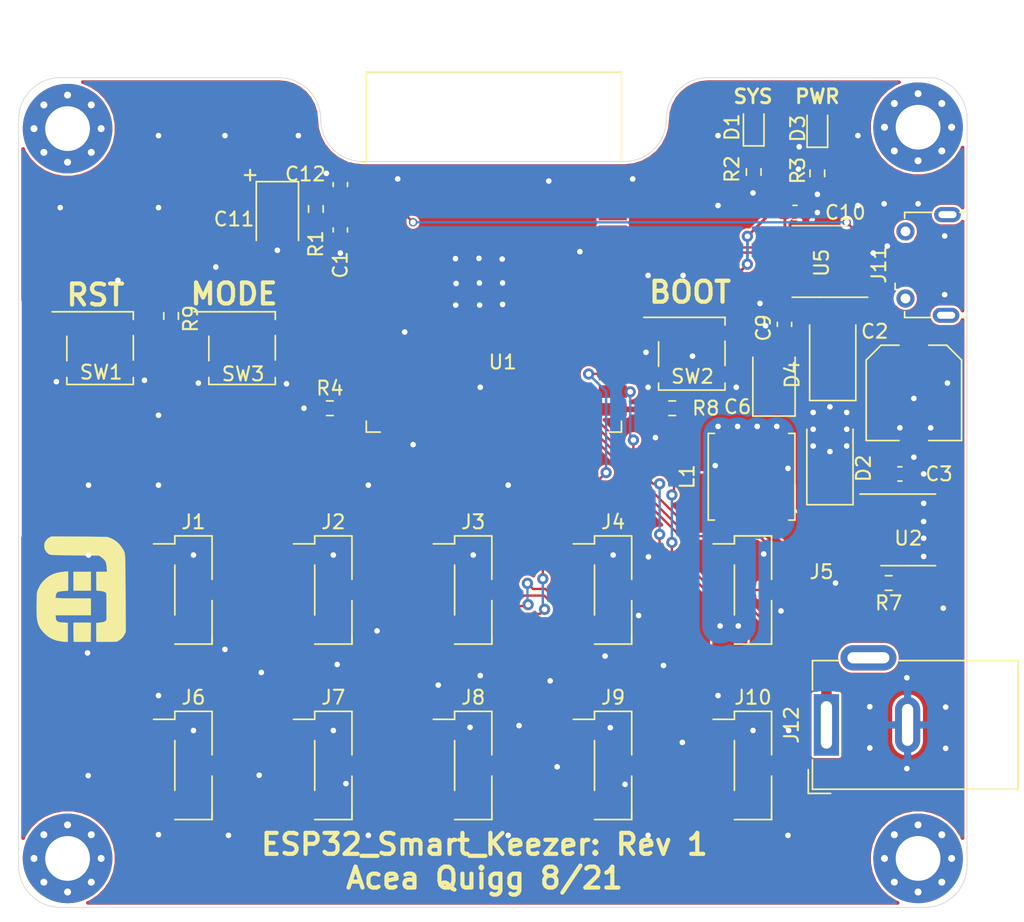
<source format=kicad_pcb>
(kicad_pcb (version 20171130) (host pcbnew "(5.1.10-1-10_14)")
  (title_block (title "ESP32 Smart Keezer") (date 2021-08-28) (rev 1))
  (layers (0 F.Cu mixed) (31 B.Cu mixed) (34 B.Paste user hide) (35 F.Paste user hide) (36 B.SilkS user) (37 F.SilkS user) (38 B.Mask user) (39 F.Mask user) (44 Edge.Cuts user))
  (net 0 "")
  (net 1 GND)
  (net 2 "Net-(D1-Pad1)")
  (net 3 "Net-(D3-Pad1)")
  (net 4 TXD)
  (net 5 RXD)
  (net 6 RST)
  (net 7 "Net-(C9-Pad1)")
  (net 8 SYS_OK_LED)
  (net 9 5V)
  (net 10 D-)
  (net 11 D+)
  (net 12 BOOT)
  (net 13 MODE)
  (net 14 "Net-(R4-Pad2)")
  (net 15 P7)
  (net 16 P4)
  (net 17 P1)
  (net 18 P10)
  (net 19 P8)
  (net 20 P5)
  (net 21 P2)
  (net 22 P9)
  (net 23 P6)
  (net 24 P3)
  (net 25 +3V3)
  (net 26 "Net-(R7-Pad2)")
  (net 27 VIN)
  (net 28 "Net-(L1-Pad1)")
  (module Acea:aces_electronics_small_front (layer F.Cu) (at 112.25 111.55)
    (fp_text reference Ref** hide)
    (fp_text value Val** hide)
  )
  (module Acea:USB_Micro_SHOU-HAN-MicroXNJ_C404969_Horizontal (layer F.Cu) (at 172.65 88.4 90)
    (fp_text reference J11 (at 0 -3.5 90) (layer F.SilkS))
    (fp_text value USB_B_Micro)
    (pad "" thru_hole oval (at 3.6 1.4 90) (size 1.07 1.9) (drill oval 0.5 1.3) (layers *.Cu *.Mask))
    (pad "" thru_hole oval (at -3.6 1.3 90) (size 1.07 1.9) (drill oval 0.5 1.3) (layers *.Cu *.Mask))
    (pad "" smd rect (at 0.75 1.3 90) (size 0.6 1.35) (layers F.Cu F.Paste F.Mask))
    (pad "" smd rect (at -0.75 1.3 90) (size 0.6 1.35) (layers F.Cu F.Paste F.Mask))
    (pad "" thru_hole circle (at 2.4 -1.6 90) (size 1.3 1.3) (drill 0.7) (layers *.Cu *.Mask))
    (pad "" thru_hole circle (at -2.4 -1.6 90) (size 1.3 1.3) (drill 0.7) (layers *.Cu *.Mask))
    (pad 5 smd rect (at 1.3 -1.6 90) (size 0.4 1.25) (layers F.Cu F.Paste F.Mask) (net 1 GND))
    (pad 4 smd rect (at 0.65 -1.6 90) (size 0.4 1.25) (layers F.Cu F.Paste F.Mask))
    (pad 3 smd rect (at 0 -1.6 90) (size 0.4 1.25) (layers F.Cu F.Paste F.Mask) (net 11 D+))
    (pad 2 smd rect (at -0.65 -1.6 90) (size 0.4 1.25) (layers F.Cu F.Paste F.Mask) (net 10 D-))
    (pad 1 smd rect (at -1.3 -1.6 90) (size 0.4 1.25) (layers F.Cu F.Paste F.Mask) (net 9 5V))
  )
  (module MountingHole:MountingHole_3.2mm_M3_Pad_Via (layer F.Cu) (at 111.15 130.85)
    (fp_text reference H1 hide)
    (fp_text value MountingHole_3.2mm_M3_Pad_Via)
    (pad 1 thru_hole circle (at 1.697056 -1.697056) (size 0.8 0.8) (drill 0.5) (layers *.Cu *.Mask))
    (pad 1 thru_hole circle (at 0 -2.4) (size 0.8 0.8) (drill 0.5) (layers *.Cu *.Mask))
    (pad 1 thru_hole circle (at -1.697056 -1.697056) (size 0.8 0.8) (drill 0.5) (layers *.Cu *.Mask))
    (pad 1 thru_hole circle (at -2.4 0) (size 0.8 0.8) (drill 0.5) (layers *.Cu *.Mask))
    (pad 1 thru_hole circle (at -1.697056 1.697056) (size 0.8 0.8) (drill 0.5) (layers *.Cu *.Mask))
    (pad 1 thru_hole circle (at 0 2.4) (size 0.8 0.8) (drill 0.5) (layers *.Cu *.Mask))
    (pad 1 thru_hole circle (at 1.697056 1.697056) (size 0.8 0.8) (drill 0.5) (layers *.Cu *.Mask))
    (pad 1 thru_hole circle (at 2.4 0) (size 0.8 0.8) (drill 0.5) (layers *.Cu *.Mask))
    (pad 1 thru_hole circle (at 0 0) (size 6.4 6.4) (drill 3.2) (layers *.Cu *.Mask))
  )
  (module MountingHole:MountingHole_3.2mm_M3_Pad_Via (layer F.Cu) (at 171.95 78.55)
    (fp_text reference H1 hide)
    (fp_text value MountingHole_3.2mm_M3_Pad_Via)
    (pad 1 thru_hole circle (at 1.697056 -1.697056) (size 0.8 0.8) (drill 0.5) (layers *.Cu *.Mask))
    (pad 1 thru_hole circle (at 0 -2.4) (size 0.8 0.8) (drill 0.5) (layers *.Cu *.Mask))
    (pad 1 thru_hole circle (at -1.697056 -1.697056) (size 0.8 0.8) (drill 0.5) (layers *.Cu *.Mask))
    (pad 1 thru_hole circle (at -2.4 0) (size 0.8 0.8) (drill 0.5) (layers *.Cu *.Mask))
    (pad 1 thru_hole circle (at -1.697056 1.697056) (size 0.8 0.8) (drill 0.5) (layers *.Cu *.Mask))
    (pad 1 thru_hole circle (at 0 2.4) (size 0.8 0.8) (drill 0.5) (layers *.Cu *.Mask))
    (pad 1 thru_hole circle (at 1.697056 1.697056) (size 0.8 0.8) (drill 0.5) (layers *.Cu *.Mask))
    (pad 1 thru_hole circle (at 2.4 0) (size 0.8 0.8) (drill 0.5) (layers *.Cu *.Mask))
    (pad 1 thru_hole circle (at 0 0) (size 6.4 6.4) (drill 3.2) (layers *.Cu *.Mask))
  )
  (module MountingHole:MountingHole_3.2mm_M3_Pad_Via (layer F.Cu) (at 171.95 130.85)
    (fp_text reference H1 hide)
    (fp_text value MountingHole_3.2mm_M3_Pad_Via)
    (pad 1 thru_hole circle (at 0 0) (size 6.4 6.4) (drill 3.2) (layers *.Cu *.Mask))
    (pad 1 thru_hole circle (at 2.4 0) (size 0.8 0.8) (drill 0.5) (layers *.Cu *.Mask))
    (pad 1 thru_hole circle (at 1.697056 1.697056) (size 0.8 0.8) (drill 0.5) (layers *.Cu *.Mask))
    (pad 1 thru_hole circle (at 0 2.4) (size 0.8 0.8) (drill 0.5) (layers *.Cu *.Mask))
    (pad 1 thru_hole circle (at -1.697056 1.697056) (size 0.8 0.8) (drill 0.5) (layers *.Cu *.Mask))
    (pad 1 thru_hole circle (at -2.4 0) (size 0.8 0.8) (drill 0.5) (layers *.Cu *.Mask))
    (pad 1 thru_hole circle (at -1.697056 -1.697056) (size 0.8 0.8) (drill 0.5) (layers *.Cu *.Mask))
    (pad 1 thru_hole circle (at 0 -2.4) (size 0.8 0.8) (drill 0.5) (layers *.Cu *.Mask))
    (pad 1 thru_hole circle (at 1.697056 -1.697056) (size 0.8 0.8) (drill 0.5) (layers *.Cu *.Mask))
  )
  (module MountingHole:MountingHole_3.2mm_M3_Pad_Via (layer F.Cu) (at 111.15 78.65)
    (fp_text reference H1 hide)
    (fp_text value MountingHole_3.2mm_M3_Pad_Via)
    (pad 1 thru_hole circle (at 1.697056 -1.697056) (size 0.8 0.8) (drill 0.5) (layers *.Cu *.Mask))
    (pad 1 thru_hole circle (at 0 -2.4) (size 0.8 0.8) (drill 0.5) (layers *.Cu *.Mask))
    (pad 1 thru_hole circle (at -1.697056 -1.697056) (size 0.8 0.8) (drill 0.5) (layers *.Cu *.Mask))
    (pad 1 thru_hole circle (at -2.4 0) (size 0.8 0.8) (drill 0.5) (layers *.Cu *.Mask))
    (pad 1 thru_hole circle (at -1.697056 1.697056) (size 0.8 0.8) (drill 0.5) (layers *.Cu *.Mask))
    (pad 1 thru_hole circle (at 0 2.4) (size 0.8 0.8) (drill 0.5) (layers *.Cu *.Mask))
    (pad 1 thru_hole circle (at 1.697056 1.697056) (size 0.8 0.8) (drill 0.5) (layers *.Cu *.Mask))
    (pad 1 thru_hole circle (at 2.4 0) (size 0.8 0.8) (drill 0.5) (layers *.Cu *.Mask))
    (pad 1 thru_hole circle (at 0 0) (size 6.4 6.4) (drill 3.2) (layers *.Cu *.Mask))
  )
  (module Capacitor_SMD:C_0603_1608Metric (layer F.Cu) (at 130.65 85.9 270)
    (fp_text reference C1 (at 2.5 0 270) (layer F.SilkS))
    (fp_text value 100n)
    (pad 2 smd roundrect (at 0.775 0 270) (size 0.9 0.95) (layers F.Cu F.Paste F.Mask) (net 1 GND))
    (pad 1 smd roundrect (at -0.775 0 270) (size 0.9 0.95) (layers F.Cu F.Paste F.Mask) (net 6 RST))
  )
  (module Capacitor_SMD:C_0603_1608Metric (layer F.Cu) (at 162.4 92.65 270)
    (fp_text reference C9 (at 0.25 1.5 90) (layer F.SilkS))
    (fp_text value 100n)
    (pad 1 smd roundrect (at -0.775 0 270) (size 0.9 0.95) (layers F.Cu F.Paste F.Mask) (net 7 "Net-(C9-Pad1)"))
    (pad 2 smd roundrect (at 0.775 0 270) (size 0.9 0.95) (layers F.Cu F.Paste F.Mask) (net 1 GND))
  )
  (module Capacitor_SMD:C_0603_1608Metric (layer F.Cu) (at 163.15 84.65)
    (fp_text reference C10 (at 3.6 0) (layer F.SilkS))
    (fp_text value 100n)
    (pad 2 smd roundrect (at 0.775 0) (size 0.9 0.95) (layers F.Cu F.Paste F.Mask) (net 1 GND))
    (pad 1 smd roundrect (at -0.775 0) (size 0.9 0.95) (layers F.Cu F.Paste F.Mask) (net 25 +3V3))
  )
  (module Capacitor_Tantalum_SMD:CP_EIA-3528-21_Kemet-B (layer F.Cu) (at 126.15 84.9 270)
    (fp_text reference C11 (at 0.225 3.1 180) (layer F.SilkS))
    (fp_text value 1uF)
    (pad 1 smd roundrect (at -1.5375 0 270) (size 1.325 2.35) (layers F.Cu F.Paste F.Mask) (roundrect_rratio 0.1886769811320755) (net 25 +3V3))
    (pad 2 smd roundrect (at 1.5375 0 270) (size 1.325 2.35) (layers F.Cu F.Paste F.Mask) (roundrect_rratio 0.1886769811320755) (net 1 GND))
  )
  (module Capacitor_SMD:C_0603_1608Metric (layer F.Cu) (at 130.65 82.65 90)
    (fp_text reference C12 (at 0.75 -2.5 180) (layer F.SilkS))
    (fp_text value 100n)
    (pad 1 smd roundrect (at -0.775 0 90) (size 0.9 0.95) (layers F.Cu F.Paste F.Mask) (net 25 +3V3))
    (pad 2 smd roundrect (at 0.775 0 90) (size 0.9 0.95) (layers F.Cu F.Paste F.Mask) (net 1 GND))
  )
  (module LED_SMD:LED_0603_1608Metric (layer F.Cu) (at 160.2 78.4 90)
    (fp_text reference D1 (at -0.15 -1.55 90) (layer F.SilkS))
    (fp_text value "MAIN LED")
    (pad 1 smd roundrect (at -0.7875 0 90) (size 0.875 0.95) (layers F.Cu F.Paste F.Mask) (net 2 "Net-(D1-Pad1)"))
    (pad 2 smd roundrect (at 0.7875 0 90) (size 0.875 0.95) (layers F.Cu F.Paste F.Mask) (net 8 SYS_OK_LED))
  )
  (module LED_SMD:LED_0603_1608Metric (layer F.Cu) (at 164.75 78.5 90)
    (fp_text reference D3 (at -0.15 -1.4 90) (layer F.SilkS))
    (fp_text value "POWER LED")
    (pad 1 smd roundrect (at -0.7875 0 90) (size 0.875 0.95) (layers F.Cu F.Paste F.Mask) (net 3 "Net-(D3-Pad1)"))
    (pad 2 smd roundrect (at 0.7875 0 90) (size 0.875 0.95) (layers F.Cu F.Paste F.Mask) (net 25 +3V3))
  )
  (module Resistor_SMD:R_0603_1608Metric (layer F.Cu) (at 128.9 84.4 270)
    (fp_text reference R1 (at 2.5 0 270) (layer F.SilkS))
    (fp_text value 10k)
    (pad 2 smd roundrect (at 0.825 0 270) (size 0.8 0.95) (layers F.Cu F.Paste F.Mask) (net 6 RST))
    (pad 1 smd roundrect (at -0.825 0 270) (size 0.8 0.95) (layers F.Cu F.Paste F.Mask) (net 25 +3V3))
  )
  (module Resistor_SMD:R_0603_1608Metric (layer F.Cu) (at 160.2 81.75 270)
    (fp_text reference R2 (at -0.2 1.55 90) (layer F.SilkS))
    (fp_text value 3.6k)
    (pad 2 smd roundrect (at 0.825 0 270) (size 0.8 0.95) (layers F.Cu F.Paste F.Mask) (net 1 GND))
    (pad 1 smd roundrect (at -0.825 0 270) (size 0.8 0.95) (layers F.Cu F.Paste F.Mask) (net 2 "Net-(D1-Pad1)"))
  )
  (module Resistor_SMD:R_0603_1608Metric (layer F.Cu) (at 164.75 81.85 270)
    (fp_text reference R3 (at -0.2 1.4 90) (layer F.SilkS))
    (fp_text value 3.6k)
    (pad 1 smd roundrect (at -0.825 0 270) (size 0.8 0.95) (layers F.Cu F.Paste F.Mask) (net 3 "Net-(D3-Pad1)"))
    (pad 2 smd roundrect (at 0.825 0 270) (size 0.8 0.95) (layers F.Cu F.Paste F.Mask) (net 1 GND))
  )
  (module Resistor_SMD:R_0603_1608Metric (layer F.Cu) (at 129.9 98.65)
    (fp_text reference R4 (at 0 -1.43) (layer F.SilkS))
    (fp_text value 10k)
    (pad 2 smd roundrect (at 0.825 0) (size 0.8 0.95) (layers F.Cu F.Paste F.Mask) (net 14 "Net-(R4-Pad2)"))
    (pad 1 smd roundrect (at -0.825 0) (size 0.8 0.95) (layers F.Cu F.Paste F.Mask) (net 1 GND))
  )
  (module Resistor_SMD:R_0603_1608Metric (layer F.Cu) (at 154.375 98.65 180)
    (fp_text reference R8 (at -2.4 0) (layer F.SilkS))
    (fp_text value 10k)
    (pad 1 smd roundrect (at -0.825 0 180) (size 0.8 0.95) (layers F.Cu F.Paste F.Mask) (net 25 +3V3))
    (pad 2 smd roundrect (at 0.825 0 180) (size 0.8 0.95) (layers F.Cu F.Paste F.Mask) (net 12 BOOT))
  )
  (module RF_Module:ESP32-WROOM-32 (layer F.Cu) (at 141.625 90.475)
    (fp_text reference U1 (at 0.625 4.875 180) (layer F.SilkS))
    (fp_text value ESP32-WROOM-32D)
    (pad 39 smd rect (at -1 -0.755) (size 5 5) (layers F.Cu F.Paste F.Mask) (net 1 GND))
    (pad 1 smd rect (at -8.5 -8.255) (size 2 0.9) (layers F.Cu F.Paste F.Mask) (net 1 GND))
    (pad 2 smd rect (at -8.5 -6.985) (size 2 0.9) (layers F.Cu F.Paste F.Mask) (net 25 +3V3))
    (pad 3 smd rect (at -8.5 -5.715) (size 2 0.9) (layers F.Cu F.Paste F.Mask) (net 6 RST))
    (pad 4 smd rect (at -8.5 -4.445) (size 2 0.9) (layers F.Cu F.Paste F.Mask))
    (pad 5 smd rect (at -8.5 -3.175) (size 2 0.9) (layers F.Cu F.Paste F.Mask))
    (pad 6 smd rect (at -8.5 -1.905) (size 2 0.9) (layers F.Cu F.Paste F.Mask))
    (pad 7 smd rect (at -8.5 -0.635) (size 2 0.9) (layers F.Cu F.Paste F.Mask))
    (pad 8 smd rect (at -8.5 0.635) (size 2 0.9) (layers F.Cu F.Paste F.Mask) (net 19 P8))
    (pad 9 smd rect (at -8.5 1.905) (size 2 0.9) (layers F.Cu F.Paste F.Mask) (net 13 MODE))
    (pad 10 smd rect (at -8.5 3.175) (size 2 0.9) (layers F.Cu F.Paste F.Mask) (net 20 P5))
    (pad 11 smd rect (at -8.5 4.445) (size 2 0.9) (layers F.Cu F.Paste F.Mask) (net 23 P6))
    (pad 12 smd rect (at -8.5 5.715) (size 2 0.9) (layers F.Cu F.Paste F.Mask) (net 15 P7))
    (pad 13 smd rect (at -8.5 6.985) (size 2 0.9) (layers F.Cu F.Paste F.Mask) (net 24 P3))
    (pad 14 smd rect (at -8.5 8.255) (size 2 0.9) (layers F.Cu F.Paste F.Mask) (net 14 "Net-(R4-Pad2)"))
    (pad 15 smd rect (at -5.715 9.255 90) (size 2 0.9) (layers F.Cu F.Paste F.Mask) (net 1 GND))
    (pad 16 smd rect (at -4.445 9.255 90) (size 2 0.9) (layers F.Cu F.Paste F.Mask) (net 21 P2))
    (pad 17 smd rect (at -3.175 9.255 90) (size 2 0.9) (layers F.Cu F.Paste F.Mask))
    (pad 18 smd rect (at -1.905 9.255 90) (size 2 0.9) (layers F.Cu F.Paste F.Mask))
    (pad 19 smd rect (at -0.635 9.255 90) (size 2 0.9) (layers F.Cu F.Paste F.Mask))
    (pad 20 smd rect (at 0.635 9.255 90) (size 2 0.9) (layers F.Cu F.Paste F.Mask))
    (pad 21 smd rect (at 1.905 9.255 90) (size 2 0.9) (layers F.Cu F.Paste F.Mask))
    (pad 22 smd rect (at 3.175 9.255 90) (size 2 0.9) (layers F.Cu F.Paste F.Mask))
    (pad 23 smd rect (at 4.445 9.255 90) (size 2 0.9) (layers F.Cu F.Paste F.Mask) (net 16 P4))
    (pad 24 smd rect (at 5.715 9.255 90) (size 2 0.9) (layers F.Cu F.Paste F.Mask))
    (pad 25 smd rect (at 8.5 8.255) (size 2 0.9) (layers F.Cu F.Paste F.Mask) (net 12 BOOT))
    (pad 26 smd rect (at 8.5 6.985) (size 2 0.9) (layers F.Cu F.Paste F.Mask) (net 17 P1))
    (pad 27 smd rect (at 8.5 5.715) (size 2 0.9) (layers F.Cu F.Paste F.Mask) (net 22 P9))
    (pad 28 smd rect (at 8.5 4.445) (size 2 0.9) (layers F.Cu F.Paste F.Mask) (net 18 P10))
    (pad 29 smd rect (at 8.5 3.175) (size 2 0.9) (layers F.Cu F.Paste F.Mask))
    (pad 30 smd rect (at 8.5 1.905) (size 2 0.9) (layers F.Cu F.Paste F.Mask) (net 8 SYS_OK_LED))
    (pad 31 smd rect (at 8.5 0.635) (size 2 0.9) (layers F.Cu F.Paste F.Mask))
    (pad 32 smd rect (at 8.5 -0.635) (size 2 0.9) (layers F.Cu F.Paste F.Mask))
    (pad 33 smd rect (at 8.5 -1.905) (size 2 0.9) (layers F.Cu F.Paste F.Mask))
    (pad 34 smd rect (at 8.5 -3.175) (size 2 0.9) (layers F.Cu F.Paste F.Mask) (net 5 RXD))
    (pad 35 smd rect (at 8.5 -4.445) (size 2 0.9) (layers F.Cu F.Paste F.Mask) (net 4 TXD))
    (pad 36 smd rect (at 8.5 -5.715) (size 2 0.9) (layers F.Cu F.Paste F.Mask))
    (pad 37 smd rect (at 8.5 -6.985) (size 2 0.9) (layers F.Cu F.Paste F.Mask))
    (pad 38 smd rect (at 8.5 -8.255) (size 2 0.9) (layers F.Cu F.Paste F.Mask) (net 1 GND))
  )
  (module Resistor_SMD:R_0603_1608Metric (layer F.Cu) (at 118.55 92.05 90)
    (fp_text reference R9 (at -0.2 1.4 90) (layer F.SilkS))
    (fp_text value 10k)
    (pad 1 smd roundrect (at -0.825 0 90) (size 0.8 0.95) (layers F.Cu F.Paste F.Mask) (net 13 MODE))
    (pad 2 smd roundrect (at 0.825 0 90) (size 0.8 0.95) (layers F.Cu F.Paste F.Mask) (net 25 +3V3))
  )
  (module Acea:TS4550TP (layer F.Cu) (at 113.55 94.35)
    (fp_text reference SW1 (at 0 1.725) (layer F.SilkS))
    (fp_text value C492887)
    (pad 1 smd rect (at 3.1 -1.5) (size 1.4 1) (layers F.Cu F.Paste F.Mask) (net 6 RST))
    (pad 1 smd rect (at -3.2 -1.5) (size 1.4 1) (layers F.Cu F.Paste F.Mask) (net 6 RST))
    (pad 2 smd rect (at -3.2 1.5) (size 1.4 1) (layers F.Cu F.Paste F.Mask) (net 1 GND))
    (pad 2 smd rect (at 3.1 1.5) (size 1.4 1) (layers F.Cu F.Paste F.Mask) (net 1 GND))
  )
  (module Acea:TS4550TP (layer F.Cu) (at 155.85 94.75)
    (fp_text reference SW2 (at -0.025 1.625) (layer F.SilkS))
    (fp_text value C492887)
    (pad 2 smd rect (at 3.1 1.5) (size 1.4 1) (layers F.Cu F.Paste F.Mask) (net 1 GND))
    (pad 2 smd rect (at -3.2 1.5) (size 1.4 1) (layers F.Cu F.Paste F.Mask) (net 1 GND))
    (pad 1 smd rect (at -3.2 -1.5) (size 1.4 1) (layers F.Cu F.Paste F.Mask) (net 12 BOOT))
    (pad 1 smd rect (at 3.1 -1.5) (size 1.4 1) (layers F.Cu F.Paste F.Mask) (net 12 BOOT))
  )
  (module Acea:TS4550TP (layer F.Cu) (at 123.7 94.35)
    (fp_text reference SW3 (at 0 1.85) (layer F.SilkS))
    (fp_text value C492887)
    (pad 1 smd rect (at 3.1 -1.5) (size 1.4 1) (layers F.Cu F.Paste F.Mask) (net 13 MODE))
    (pad 1 smd rect (at -3.2 -1.5) (size 1.4 1) (layers F.Cu F.Paste F.Mask) (net 13 MODE))
    (pad 2 smd rect (at -3.2 1.5) (size 1.4 1) (layers F.Cu F.Paste F.Mask) (net 1 GND))
    (pad 2 smd rect (at 3.1 1.5) (size 1.4 1) (layers F.Cu F.Paste F.Mask) (net 1 GND))
  )
  (module Package_SO:SOIC-8_3.9x4.9mm_P1.27mm (layer F.Cu) (at 164.9 88.15 180)
    (fp_text reference U5 (at -0.15 -0.1 90) (layer F.SilkS))
    (fp_text value CH340N)
    (pad 1 smd roundrect (at -2.475 -1.905 180) (size 1.95 0.6) (layers F.Cu F.Paste F.Mask) (net 11 D+))
    (pad 2 smd roundrect (at -2.475 -0.635 180) (size 1.95 0.6) (layers F.Cu F.Paste F.Mask) (net 10 D-))
    (pad 3 smd roundrect (at -2.475 0.635 180) (size 1.95 0.6) (layers F.Cu F.Paste F.Mask) (net 1 GND))
    (pad 4 smd roundrect (at -2.475 1.905 180) (size 1.95 0.6) (layers F.Cu F.Paste F.Mask) (net 6 RST))
    (pad 5 smd roundrect (at 2.475 1.905 180) (size 1.95 0.6) (layers F.Cu F.Paste F.Mask) (net 25 +3V3))
    (pad 6 smd roundrect (at 2.475 0.635 180) (size 1.95 0.6) (layers F.Cu F.Paste F.Mask) (net 5 RXD))
    (pad 7 smd roundrect (at 2.475 -0.635 180) (size 1.95 0.6) (layers F.Cu F.Paste F.Mask) (net 4 TXD))
    (pad 8 smd roundrect (at 2.475 -1.905 180) (size 1.95 0.6) (layers F.Cu F.Paste F.Mask) (net 7 "Net-(C9-Pad1)"))
  )
  (module Connector_PinHeader_2.54mm:PinHeader_1x03_P2.54mm_Vertical_SMD_Pin1Left (layer F.Cu) (at 120.15 111.65)
    (fp_text reference J1 (at 0 -4.87) (layer F.SilkS))
    (fp_text value Conn_01x03_Male)
    (pad 1 smd rect (at -1.655 -2.54) (size 2.51 1) (layers F.Cu F.Paste F.Mask) (net 1 GND))
    (pad 3 smd rect (at -1.655 2.54) (size 2.51 1) (layers F.Cu F.Paste F.Mask) (net 25 +3V3))
    (pad 2 smd rect (at 1.655 0) (size 2.51 1) (layers F.Cu F.Paste F.Mask) (net 17 P1))
  )
  (module Connector_PinHeader_2.54mm:PinHeader_1x03_P2.54mm_Vertical_SMD_Pin1Left (layer F.Cu) (at 130.15 111.65)
    (fp_text reference J2 (at 0 -4.87) (layer F.SilkS))
    (fp_text value Conn_01x03_Male)
    (pad 2 smd rect (at 1.655 0) (size 2.51 1) (layers F.Cu F.Paste F.Mask) (net 21 P2))
    (pad 3 smd rect (at -1.655 2.54) (size 2.51 1) (layers F.Cu F.Paste F.Mask) (net 25 +3V3))
    (pad 1 smd rect (at -1.655 -2.54) (size 2.51 1) (layers F.Cu F.Paste F.Mask) (net 1 GND))
  )
  (module Connector_PinHeader_2.54mm:PinHeader_1x03_P2.54mm_Vertical_SMD_Pin1Left (layer F.Cu) (at 140.15 111.65)
    (fp_text reference J3 (at 0 -4.87) (layer F.SilkS))
    (fp_text value Conn_01x03_Male)
    (pad 1 smd rect (at -1.655 -2.54) (size 2.51 1) (layers F.Cu F.Paste F.Mask) (net 1 GND))
    (pad 3 smd rect (at -1.655 2.54) (size 2.51 1) (layers F.Cu F.Paste F.Mask) (net 25 +3V3))
    (pad 2 smd rect (at 1.655 0) (size 2.51 1) (layers F.Cu F.Paste F.Mask) (net 24 P3))
  )
  (module Connector_PinHeader_2.54mm:PinHeader_1x03_P2.54mm_Vertical_SMD_Pin1Left (layer F.Cu) (at 150.15 111.65)
    (fp_text reference J4 (at 0 -4.87) (layer F.SilkS))
    (fp_text value Conn_01x03_Male)
    (pad 2 smd rect (at 1.655 0) (size 2.51 1) (layers F.Cu F.Paste F.Mask) (net 16 P4))
    (pad 3 smd rect (at -1.655 2.54) (size 2.51 1) (layers F.Cu F.Paste F.Mask) (net 25 +3V3))
    (pad 1 smd rect (at -1.655 -2.54) (size 2.51 1) (layers F.Cu F.Paste F.Mask) (net 1 GND))
  )
  (module Connector_PinHeader_2.54mm:PinHeader_1x03_P2.54mm_Vertical_SMD_Pin1Left (layer F.Cu) (at 160.15 111.65)
    (fp_text reference J5 (at 4.9 -1.3) (layer F.SilkS))
    (fp_text value Conn_01x03_Male)
    (pad 1 smd rect (at -1.655 -2.54) (size 2.51 1) (layers F.Cu F.Paste F.Mask) (net 1 GND))
    (pad 3 smd rect (at -1.655 2.54) (size 2.51 1) (layers F.Cu F.Paste F.Mask) (net 25 +3V3))
    (pad 2 smd rect (at 1.655 0) (size 2.51 1) (layers F.Cu F.Paste F.Mask) (net 20 P5))
  )
  (module Connector_PinHeader_2.54mm:PinHeader_1x03_P2.54mm_Vertical_SMD_Pin1Left (layer F.Cu) (at 120.15 124.2)
    (fp_text reference J6 (at 0 -4.87) (layer F.SilkS))
    (fp_text value Conn_01x03_Male)
    (pad 1 smd rect (at -1.655 -2.54) (size 2.51 1) (layers F.Cu F.Paste F.Mask) (net 1 GND))
    (pad 3 smd rect (at -1.655 2.54) (size 2.51 1) (layers F.Cu F.Paste F.Mask) (net 25 +3V3))
    (pad 2 smd rect (at 1.655 0) (size 2.51 1) (layers F.Cu F.Paste F.Mask) (net 22 P9))
  )
  (module Connector_PinHeader_2.54mm:PinHeader_1x03_P2.54mm_Vertical_SMD_Pin1Left (layer F.Cu) (at 130.15 124.2)
    (fp_text reference J7 (at 0 -4.87) (layer F.SilkS))
    (fp_text value Conn_01x03_Male)
    (pad 2 smd rect (at 1.655 0) (size 2.51 1) (layers F.Cu F.Paste F.Mask) (net 18 P10))
    (pad 3 smd rect (at -1.655 2.54) (size 2.51 1) (layers F.Cu F.Paste F.Mask) (net 25 +3V3))
    (pad 1 smd rect (at -1.655 -2.54) (size 2.51 1) (layers F.Cu F.Paste F.Mask) (net 1 GND))
  )
  (module Connector_PinHeader_2.54mm:PinHeader_1x03_P2.54mm_Vertical_SMD_Pin1Left (layer F.Cu) (at 140.15 124.2)
    (fp_text reference J8 (at 0 -4.87) (layer F.SilkS))
    (fp_text value Conn_01x03_Male)
    (pad 1 smd rect (at -1.655 -2.54) (size 2.51 1) (layers F.Cu F.Paste F.Mask) (net 1 GND))
    (pad 3 smd rect (at -1.655 2.54) (size 2.51 1) (layers F.Cu F.Paste F.Mask) (net 25 +3V3))
    (pad 2 smd rect (at 1.655 0) (size 2.51 1) (layers F.Cu F.Paste F.Mask) (net 15 P7))
  )
  (module Connector_PinHeader_2.54mm:PinHeader_1x03_P2.54mm_Vertical_SMD_Pin1Left (layer F.Cu) (at 150.15 124.2)
    (fp_text reference J9 (at 0 -4.87) (layer F.SilkS))
    (fp_text value Conn_01x03_Male)
    (pad 2 smd rect (at 1.655 0) (size 2.51 1) (layers F.Cu F.Paste F.Mask) (net 19 P8))
    (pad 3 smd rect (at -1.655 2.54) (size 2.51 1) (layers F.Cu F.Paste F.Mask) (net 25 +3V3))
    (pad 1 smd rect (at -1.655 -2.54) (size 2.51 1) (layers F.Cu F.Paste F.Mask) (net 1 GND))
  )
  (module Connector_PinHeader_2.54mm:PinHeader_1x03_P2.54mm_Vertical_SMD_Pin1Left (layer F.Cu) (at 160.15 124.2)
    (fp_text reference J10 (at 0 -4.87) (layer F.SilkS))
    (fp_text value Conn_01x03_Male)
    (pad 2 smd rect (at 1.655 0) (size 2.51 1) (layers F.Cu F.Paste F.Mask) (net 23 P6))
    (pad 3 smd rect (at -1.655 2.54) (size 2.51 1) (layers F.Cu F.Paste F.Mask) (net 25 +3V3))
    (pad 1 smd rect (at -1.655 -2.54) (size 2.51 1) (layers F.Cu F.Paste F.Mask) (net 1 GND))
  )
  (module Diode_SMD:D_SMA (layer F.Cu) (at 165.85 94.7 90)
    (fp_text reference D4 (at -1.55 -2.9 90) (layer F.SilkS))
    (fp_text value SS34)
    (pad 1 smd rect (at -2 0 90) (size 2.5 1.8) (layers F.Cu F.Paste F.Mask) (net 27 VIN))
    (pad 2 smd rect (at 2 0 90) (size 2.5 1.8) (layers F.Cu F.Paste F.Mask) (net 9 5V))
  )
  (module Connector_BarrelJack:BarrelJack_Wuerth_6941xx301002 (layer F.Cu) (at 165.4 121.3 90)
    (fp_text reference J12 (at 0 -2.5 90) (layer F.SilkS))
    (fp_text value Barrel_Jack_MountingPin)
    (pad 3 thru_hole oval (at 4.8 3 180) (size 4 1.8) (drill oval 3 0.8) (layers *.Cu *.Mask))
    (pad 2 thru_hole oval (at 0 5.8 90) (size 4 1.8) (drill oval 3 0.8) (layers *.Cu *.Mask) (net 1 GND))
    (pad 1 thru_hole rect (at 0 0 90) (size 4.4 1.8) (drill oval 3.4 0.8) (layers *.Cu *.Mask) (net 27 VIN))
  )
  (module Capacitor_SMD:C_Elec_6.3x7.7 (layer F.Cu) (at 171.65 97.55 270)
    (fp_text reference C2 (at -4.4 2.8 180) (layer F.SilkS))
    (fp_text value 220uF)
    (pad 1 smd roundrect (at -2.5375 0 270) (size 3.325 1.6) (layers F.Cu F.Paste F.Mask) (roundrect_rratio 0.15625) (net 27 VIN))
    (pad 2 smd roundrect (at 2.5375 0 270) (size 3.325 1.6) (layers F.Cu F.Paste F.Mask) (roundrect_rratio 0.15625) (net 1 GND))
  )
  (module Capacitor_SMD:C_0603_1608Metric (layer F.Cu) (at 170.65 103.35)
    (fp_text reference C3 (at 2.8 0) (layer F.SilkS))
    (fp_text value 100n)
    (pad 1 smd roundrect (at -0.775 0) (size 0.9 0.95) (layers F.Cu F.Paste F.Mask) (net 27 VIN))
    (pad 2 smd roundrect (at 0.775 0) (size 0.9 0.95) (layers F.Cu F.Paste F.Mask) (net 1 GND))
  )
  (module Capacitor_Tantalum_SMD:CP_EIA-3528-15_AVX-H (layer F.Cu) (at 161.65 96.75 90)
    (fp_text reference C6 (at -1.8 -2.6 180) (layer F.SilkS))
    (fp_text value 220uF)
    (pad 1 smd roundrect (at -1.5375 0 90) (size 1.325 2.35) (layers F.Cu F.Paste F.Mask) (roundrect_rratio 0.1886769811320755) (net 25 +3V3))
    (pad 2 smd roundrect (at 1.5375 0 90) (size 1.325 2.35) (layers F.Cu F.Paste F.Mask) (roundrect_rratio 0.1886769811320755) (net 1 GND))
  )
  (module Diode_SMD:D_SMA (layer F.Cu) (at 165.65 102.15 90)
    (fp_text reference D2 (at -0.8 2.4 270) (layer F.SilkS))
    (fp_text value SS34)
    (pad 1 smd rect (at -2 0 90) (size 2.5 1.8) (layers F.Cu F.Paste F.Mask) (net 25 +3V3))
    (pad 2 smd rect (at 2 0 90) (size 2.5 1.8) (layers F.Cu F.Paste F.Mask) (net 1 GND))
  )
  (module Inductor_SMD:L_Bourns_SRN6045TA (layer F.Cu) (at 160.05 103.55 90)
    (fp_text reference L1 (at 0 -4.6 90) (layer F.SilkS))
    (fp_text value 47uH)
    (pad 1 smd rect (at -2.075 0 90) (size 2.35 5.1) (layers F.Cu F.Paste F.Mask) (net 28 "Net-(L1-Pad1)"))
    (pad 2 smd rect (at 2.075 0 90) (size 2.35 5.1) (layers F.Cu F.Paste F.Mask) (net 25 +3V3))
  )
  (module Resistor_SMD:R_0603_1608Metric (layer F.Cu) (at 169.85 111.15 180)
    (fp_text reference R7 (at 0 -1.43) (layer F.SilkS))
    (fp_text value 1M)
    (pad 1 smd roundrect (at -0.825 0 180) (size 0.8 0.95) (layers F.Cu F.Paste F.Mask) (net 27 VIN))
    (pad 2 smd roundrect (at 0.825 0 180) (size 0.8 0.95) (layers F.Cu F.Paste F.Mask) (net 26 "Net-(R7-Pad2)"))
  )
  (module Package_SO:SOIC-8_3.9x4.9mm_P1.27mm (layer F.Cu) (at 171.25 107.35)
    (fp_text reference U2 (at 0 0.6) (layer F.SilkS))
    (fp_text value XL1509_SOP8)
    (pad 1 smd roundrect (at -2.475 -1.905) (size 1.95 0.6) (layers F.Cu F.Paste F.Mask) (net 27 VIN))
    (pad 2 smd roundrect (at -2.475 -0.635) (size 1.95 0.6) (layers F.Cu F.Paste F.Mask) (net 25 +3V3))
    (pad 3 smd roundrect (at -2.475 0.635) (size 1.95 0.6) (layers F.Cu F.Paste F.Mask) (net 28 "Net-(L1-Pad1)"))
    (pad 4 smd roundrect (at -2.475 1.905) (size 1.95 0.6) (layers F.Cu F.Paste F.Mask) (net 26 "Net-(R7-Pad2)"))
    (pad 5 smd roundrect (at 2.475 1.905) (size 1.95 0.6) (layers F.Cu F.Paste F.Mask) (net 1 GND))
    (pad 6 smd roundrect (at 2.475 0.635) (size 1.95 0.6) (layers F.Cu F.Paste F.Mask) (net 1 GND))
    (pad 7 smd roundrect (at 2.475 -0.635) (size 1.95 0.6) (layers F.Cu F.Paste F.Mask) (net 1 GND))
    (pad 8 smd roundrect (at 2.475 -1.905) (size 1.95 0.6) (layers F.Cu F.Paste F.Mask) (net 1 GND))
  )
  (gr_text SYS (at 160.15 76.35) (layer F.SilkS) (effects (font (size 1 1) (thickness 0.2))))
  (gr_text PWR (at 164.75 76.35) (layer F.SilkS) (effects (font (size 1 1) (thickness 0.2))))
  (gr_text "ESP32_Smart_Keezer: Rev 1\nAcea Quigg 8/21" (at 140.95 131.05) (layer F.SilkS) (effects (font (size 1.5 1.5) (thickness 0.3))))
  (gr_text MODE (at 123.05 90.475) (layer F.SilkS) (effects (font (size 1.5 1.5) (thickness 0.3))))
  (gr_text BOOT (at 155.65 90.35) (layer F.SilkS) (effects (font (size 1.5 1.5) (thickness 0.3))))
  (gr_text RST (at 113.15 90.55) (layer F.SilkS) (effects (font (size 1.5 1.5) (thickness 0.3))))
  (gr_text + (at 124.2 81.9) (layer F.SilkS) (effects (font (size 1 1))))
  (gr_line (start 132.25 81) (end 150.95 81) (layer Edge.Cuts) (width 0.05))
  (gr_arc (start 132.25 78) (end 129.25 78) (angle -90) (layer Edge.Cuts) (width 0.05))
  (gr_arc (start 150.95 78) (end 150.95 81) (angle -90) (layer Edge.Cuts) (width 0.05))
  (gr_arc (start 156.95 78) (end 156.95 75) (angle -90) (layer Edge.Cuts) (width 0.05))
  (gr_arc (start 126.25 78) (end 129.25 78) (angle -90) (layer Edge.Cuts) (width 0.05))
  (gr_line (start 110.65 75) (end 126.25 75) (layer Edge.Cuts) (width 0.05))
  (gr_arc (start 110.65 78) (end 110.65 75) (angle -90) (layer Edge.Cuts) (width 0.05))
  (gr_arc (start 172.45 77.951666) (end 175.45 78.051666) (angle -80.2263102) (layer Edge.Cuts) (width 0.05))
  (gr_arc (start 172.45 131.35) (end 172.45 134.35) (angle -90) (layer Edge.Cuts) (width 0.05))
  (gr_arc (start 110.65 131.35) (end 107.65 131.35) (angle -90) (layer Edge.Cuts) (width 0.05))
  (gr_line (start 175.45 78.051666) (end 175.45 131.35) (layer Edge.Cuts) (width 0.05))
  (gr_line (start 172.45 134.35) (end 110.65 134.35) (layer Edge.Cuts) (width 0.05))
  (gr_line (start 107.65 131.35) (end 107.65 78) (layer Edge.Cuts) (width 0.05))
  (gr_line (start 156.95 75) (end 173.05782 75.012184) (layer Edge.Cuts) (width 0.05))
  (via (at 138.9 91.27) (size 0.8) (drill 0.4) (layers F.Cu B.Cu) (net 1))
  (via (at 140.61 91.27) (size 0.8) (drill 0.4) (layers F.Cu B.Cu) (net 1))
  (via (at 142.25 91.22) (size 0.8) (drill 0.4) (layers F.Cu B.Cu) (net 1))
  (via (at 142.25 89.69) (size 0.8) (drill 0.4) (layers F.Cu B.Cu) (net 1))
  (via (at 140.59 89.69) (size 0.8) (drill 0.4) (layers F.Cu B.Cu) (net 1))
  (via (at 140.56 87.93) (size 0.8) (drill 0.4) (layers F.Cu B.Cu) (net 1))
  (via (at 142.22 87.98) (size 0.8) (drill 0.4) (layers F.Cu B.Cu) (net 1))
  (via (at 138.88 87.95) (size 0.8) (drill 0.4) (layers F.Cu B.Cu) (net 1))
  (via (at 135.85 101.25) (size 0.8) (drill 0.4) (layers F.Cu B.Cu) (net 1))
  (via (at 134.75 82.25) (size 0.8) (drill 0.4) (layers F.Cu B.Cu) (net 1))
  (via (at 129.65 81.85) (size 0.8) (drill 0.4) (layers F.Cu B.Cu) (net 1))
  (via (at 130.65 87.55) (size 0.8) (drill 0.4) (layers F.Cu B.Cu) (net 1))
  (via (at 126.15 87.35) (size 0.8) (drill 0.4) (layers F.Cu B.Cu) (net 1))
  (via (at 160.15 83.25) (size 0.8) (drill 0.4) (layers F.Cu B.Cu) (net 1))
  (via (at 164.75 83.35) (size 0.8) (drill 0.4) (layers F.Cu B.Cu) (net 1))
  (via (at 126.8 96.9) (size 0.8) (drill 0.4) (layers F.Cu B.Cu) (net 1))
  (via (at 152.65 97.15) (size 0.8) (drill 0.4) (layers F.Cu B.Cu) (net 1))
  (via (at 158.95 97.15) (size 0.8) (drill 0.4) (layers F.Cu B.Cu) (net 1))
  (via (at 169.75 87.05) (size 0.8) (drill 0.4) (layers F.Cu B.Cu) (net 1))
  (via (at 168.75 87.55) (size 0.8) (drill 0.4) (layers F.Cu B.Cu) (net 1))
  (segment (start 152.65 97.15) (end 152.65 96.25) (width 0.4) (layer F.Cu) (net 1))
  (segment (start 158.95 97.15) (end 158.95 96.25) (width 0.4) (layer F.Cu) (net 1))
  (segment (start 167.41 87.55) (end 167.375 87.515) (width 0.4) (layer F.Cu) (net 1))
  (segment (start 168.75 87.55) (end 167.41 87.55) (width 0.4) (layer F.Cu) (net 1))
  (segment (start 171 87.05) (end 171.05 87.1) (width 0.4) (layer F.Cu) (net 1))
  (segment (start 130.65 86.675) (end 130.65 87.55) (width 0.4) (layer F.Cu) (net 1))
  (segment (start 126.15 87.35) (end 126.15 86.4375) (width 0.4) (layer F.Cu) (net 1))
  (segment (start 160.15 82.625) (end 160.2 82.575) (width 0.4) (layer F.Cu) (net 1))
  (segment (start 160.15 83.35) (end 160.15 82.625) (width 0.4) (layer F.Cu) (net 1))
  (segment (start 164.75 83.45) (end 164.75 82.675) (width 0.4) (layer F.Cu) (net 1))
  (segment (start 130.625 81.85) (end 130.65 81.875) (width 0.4) (layer F.Cu) (net 1))
  (segment (start 129.65 81.85) (end 130.625 81.85) (width 0.4) (layer F.Cu) (net 1))
  (segment (start 133.155 82.25) (end 133.125 82.22) (width 0.4) (layer F.Cu) (net 1))
  (segment (start 134.75 82.25) (end 133.155 82.25) (width 0.4) (layer F.Cu) (net 1))
  (via (at 128.05 98.65) (size 0.8) (drill 0.4) (layers F.Cu B.Cu) (net 1))
  (segment (start 128.05 98.65) (end 129.075 98.65) (width 0.4) (layer F.Cu) (net 1))
  (segment (start 135.85 99.79) (end 135.91 99.73) (width 0.4) (layer F.Cu) (net 1))
  (segment (start 135.85 101.25) (end 135.85 99.79) (width 0.4) (layer F.Cu) (net 1))
  (via (at 151.55 82.25) (size 0.8) (drill 0.4) (layers F.Cu B.Cu) (net 1))
  (segment (start 151.52 82.22) (end 151.55 82.25) (width 0.4) (layer F.Cu) (net 1))
  (via (at 120.15 121.7) (size 0.8) (drill 0.4) (layers F.Cu B.Cu) (net 1))
  (via (at 130.15 121.7) (size 0.8) (drill 0.4) (layers F.Cu B.Cu) (net 1))
  (via (at 160.15 121.7) (size 0.8) (drill 0.4) (layers F.Cu B.Cu) (net 1))
  (via (at 150.15 109.15) (size 0.8) (drill 0.4) (layers F.Cu B.Cu) (net 1))
  (via (at 140.15 109.15) (size 0.8) (drill 0.4) (layers F.Cu B.Cu) (net 1))
  (via (at 130.15 109.15) (size 0.8) (drill 0.4) (layers F.Cu B.Cu) (net 1))
  (via (at 120.15 109.15) (size 0.8) (drill 0.4) (layers F.Cu B.Cu) (net 1))
  (segment (start 148.535 109.15) (end 148.495 109.11) (width 0.4) (layer F.Cu) (net 1))
  (segment (start 150.15 109.15) (end 148.535 109.15) (width 0.4) (layer F.Cu) (net 1))
  (segment (start 138.535 109.15) (end 138.495 109.11) (width 0.4) (layer F.Cu) (net 1))
  (segment (start 140.15 109.15) (end 138.535 109.15) (width 0.4) (layer F.Cu) (net 1))
  (segment (start 128.535 109.15) (end 128.495 109.11) (width 0.4) (layer F.Cu) (net 1))
  (segment (start 130.15 109.15) (end 128.535 109.15) (width 0.4) (layer F.Cu) (net 1))
  (segment (start 118.535 109.15) (end 118.495 109.11) (width 0.4) (layer F.Cu) (net 1))
  (segment (start 120.15 109.15) (end 118.535 109.15) (width 0.4) (layer F.Cu) (net 1))
  (segment (start 118.535 121.7) (end 118.495 121.66) (width 0.4) (layer F.Cu) (net 1))
  (segment (start 120.15 121.7) (end 118.535 121.7) (width 0.4) (layer F.Cu) (net 1))
  (segment (start 128.535 121.7) (end 128.495 121.66) (width 0.4) (layer F.Cu) (net 1))
  (segment (start 130.15 121.7) (end 128.535 121.7) (width 0.4) (layer F.Cu) (net 1))
  (segment (start 158.535 121.7) (end 158.495 121.66) (width 0.4) (layer F.Cu) (net 1))
  (segment (start 160.15 121.7) (end 158.535 121.7) (width 0.4) (layer F.Cu) (net 1))
  (segment (start 138.495 121.66) (end 139.736126 121.66) (width 0.4) (layer F.Cu) (net 1))
  (via (at 139.923063 121.473063) (size 0.8) (drill 0.4) (layers F.Cu B.Cu) (net 1))
  (segment (start 139.736126 121.66) (end 139.923063 121.473063) (width 0.4) (layer F.Cu) (net 1))
  (segment (start 149.786126 121.66) (end 149.948063 121.498063) (width 0.4) (layer F.Cu) (net 1))
  (via (at 149.948063 121.498063) (size 0.8) (drill 0.4) (layers F.Cu B.Cu) (net 1))
  (segment (start 148.495 121.66) (end 149.786126 121.66) (width 0.4) (layer F.Cu) (net 1))
  (via (at 133.275 114.575) (size 0.8) (drill 0.4) (layers F.Cu B.Cu) (net 1))
  (via (at 130.425 116.975) (size 0.8) (drill 0.4) (layers F.Cu B.Cu) (net 1))
  (via (at 140.65 117.775) (size 0.8) (drill 0.4) (layers F.Cu B.Cu) (net 1))
  (via (at 143.425 121.35) (size 0.8) (drill 0.4) (layers F.Cu B.Cu) (net 1))
  (via (at 151.975 113.475) (size 0.8) (drill 0.4) (layers F.Cu B.Cu) (net 1))
  (via (at 152.675 109.275) (size 0.8) (drill 0.4) (layers F.Cu B.Cu) (net 1))
  (via (at 147.775 87.45) (size 0.8) (drill 0.4) (layers F.Cu B.Cu) (net 1))
  (via (at 145.55 82.4) (size 0.8) (drill 0.4) (layers F.Cu B.Cu) (net 1))
  (via (at 155.825 94.925) (size 0.8) (drill 0.4) (layers F.Cu B.Cu) (net 1))
  (via (at 138.925 89.725) (size 0.8) (drill 0.4) (layers F.Cu B.Cu) (net 1))
  (via (at 149.575 116.375) (size 0.8) (drill 0.4) (layers F.Cu B.Cu) (net 1))
  (via (at 153.175 100.75) (size 0.8) (drill 0.4) (layers F.Cu B.Cu) (net 1))
  (via (at 164.75 84.65) (size 0.8) (drill 0.4) (layers F.Cu B.Cu) (net 1))
  (segment (start 164.75 84.65) (end 163.925 84.65) (width 0.4) (layer F.Cu) (net 1))
  (via (at 116.65 96.65) (size 0.8) (drill 0.4) (layers F.Cu B.Cu) (net 1))
  (via (at 110.35 96.75) (size 0.8) (drill 0.4) (layers F.Cu B.Cu) (net 1))
  (via (at 152.65 89.15) (size 0.8) (drill 0.4) (layers F.Cu B.Cu) (net 1))
  (via (at 155.15 89.15) (size 0.8) (drill 0.4) (layers F.Cu B.Cu) (net 1))
  (via (at 117.65 79.15) (size 0.8) (drill 0.4) (layers F.Cu B.Cu) (net 1))
  (via (at 127.65 79.15) (size 0.8) (drill 0.4) (layers F.Cu B.Cu) (net 1))
  (via (at 114.75 89.5) (size 0.8) (drill 0.4) (layers F.Cu B.Cu) (net 1))
  (via (at 117.65 99.15) (size 0.8) (drill 0.4) (layers F.Cu B.Cu) (net 1))
  (via (at 112.65 109.15) (size 0.8) (drill 0.4) (layers F.Cu B.Cu) (net 1))
  (via (at 112.575 116.15) (size 0.8) (drill 0.4) (layers F.Cu B.Cu) (net 1))
  (via (at 117.65 129.15) (size 0.8) (drill 0.4) (layers F.Cu B.Cu) (net 1))
  (via (at 122.65 129.2) (size 0.8) (drill 0.4) (layers F.Cu B.Cu) (net 1))
  (via (at 132.65 129.2) (size 0.8) (drill 0.4) (layers F.Cu B.Cu) (net 1))
  (via (at 142.65 129.2) (size 0.8) (drill 0.4) (layers F.Cu B.Cu) (net 1))
  (via (at 152.65 129.2) (size 0.8) (drill 0.4) (layers F.Cu B.Cu) (net 1))
  (via (at 162.65 129.2) (size 0.8) (drill 0.4) (layers F.Cu B.Cu) (net 1))
  (via (at 142.65 104.15) (size 0.8) (drill 0.4) (layers F.Cu B.Cu) (net 1))
  (via (at 132.65 104.15) (size 0.8) (drill 0.4) (layers F.Cu B.Cu) (net 1))
  (via (at 117.65 104.15) (size 0.8) (drill 0.4) (layers F.Cu B.Cu) (net 1))
  (via (at 112.65 104.15) (size 0.8) (drill 0.4) (layers F.Cu B.Cu) (net 1))
  (via (at 157.65 84.15) (size 0.8) (drill 0.4) (layers F.Cu B.Cu) (net 1))
  (via (at 157.65 79.15) (size 0.8) (drill 0.4) (layers F.Cu B.Cu) (net 1))
  (via (at 167.65 79.15) (size 0.8) (drill 0.4) (layers F.Cu B.Cu) (net 1))
  (via (at 167.65 84.15) (size 0.8) (drill 0.4) (layers F.Cu B.Cu) (net 1))
  (via (at 117.65 119.2) (size 0.8) (drill 0.4) (layers F.Cu B.Cu) (net 1))
  (via (at 157.65 119.2) (size 0.8) (drill 0.4) (layers F.Cu B.Cu) (net 1))
  (via (at 153.75 117.05) (size 0.8) (drill 0.4) (layers F.Cu B.Cu) (net 1))
  (via (at 145.65 118.15) (size 0.8) (drill 0.4) (layers F.Cu B.Cu) (net 1))
  (via (at 137.65 118.45) (size 0.8) (drill 0.4) (layers F.Cu B.Cu) (net 1))
  (via (at 140.65 97.15) (size 0.8) (drill 0.4) (layers F.Cu B.Cu) (net 1))
  (via (at 160.65 91.15) (size 0.8) (drill 0.4) (layers F.Cu B.Cu) (net 1))
  (via (at 122.4 115.9) (size 0.8) (drill 0.4) (layers F.Cu B.Cu) (net 1))
  (via (at 125 117.55) (size 0.8) (drill 0.4) (layers F.Cu B.Cu) (net 1))
  (via (at 151 125.55) (size 0.8) (drill 0.4) (layers F.Cu B.Cu) (net 1))
  (via (at 162.7 121.7) (size 0.8) (drill 0.4) (layers F.Cu B.Cu) (net 1))
  (via (at 162.15 113.15) (size 0.8) (drill 0.4) (layers F.Cu B.Cu) (net 1))
  (via (at 135.25 93.2) (size 0.8) (drill 0.4) (layers F.Cu B.Cu) (net 1))
  (via (at 163.45 79.95) (size 0.8) (drill 0.4) (layers F.Cu B.Cu) (net 1))
  (via (at 163.4 81.55) (size 0.8) (drill 0.4) (layers F.Cu B.Cu) (net 1))
  (via (at 152.5 94.65) (size 0.8) (drill 0.4) (layers F.Cu B.Cu) (net 1))
  (via (at 168.5 122.95) (size 0.8) (drill 0.4) (layers F.Cu B.Cu) (net 1))
  (via (at 173.925 122.975) (size 0.8) (drill 0.4) (layers F.Cu B.Cu) (net 1))
  (via (at 146.15 124.3) (size 0.8) (drill 0.4) (layers F.Cu B.Cu) (net 1))
  (via (at 131.05 125.5) (size 0.8) (drill 0.4) (layers F.Cu B.Cu) (net 1))
  (via (at 124.85 124.9) (size 0.8) (drill 0.4) (layers F.Cu B.Cu) (net 1))
  (via (at 155.1 122.55) (size 0.8) (drill 0.4) (layers F.Cu B.Cu) (net 1))
  (via (at 117.65 84.3) (size 0.8) (drill 0.4) (layers F.Cu B.Cu) (net 1))
  (via (at 122.4 79.15) (size 0.8) (drill 0.4) (layers F.Cu B.Cu) (net 1))
  (via (at 120.5 96.85) (size 0.8) (drill 0.4) (layers F.Cu B.Cu) (net 1))
  (segment (start 120.5 96.75) (end 120.6 96.85) (width 0.4) (layer F.Cu) (net 1))
  (segment (start 120.5 95.85) (end 120.5 96.75) (width 0.4) (layer F.Cu) (net 1))
  (segment (start 126.8 96.9) (end 126.8 95.85) (width 0.4) (layer F.Cu) (net 1))
  (via (at 121.75 88.55) (size 0.8) (drill 0.4) (layers F.Cu B.Cu) (net 1))
  (segment (start 130.995 82.22) (end 130.65 81.875) (width 0.4) (layer F.Cu) (net 1))
  (segment (start 133.125 82.22) (end 130.995 82.22) (width 0.4) (layer F.Cu) (net 1))
  (via (at 160.91701 109.075) (size 0.8) (drill 0.4) (layers F.Cu B.Cu) (net 1))
  (segment (start 158.495 109.11) (end 160.88201 109.11) (width 0.4) (layer F.Cu) (net 1))
  (segment (start 160.88201 109.11) (end 160.91701 109.075) (width 0.4) (layer F.Cu) (net 1))
  (via (at 171.15 117.925) (size 0.8) (drill 0.4) (layers F.Cu B.Cu) (net 1))
  (via (at 171.15 124.425) (size 0.8) (drill 0.4) (layers F.Cu B.Cu) (net 1))
  (via (at 173.925 120.025) (size 0.8) (drill 0.4) (layers F.Cu B.Cu) (net 1))
  (via (at 168.5 120) (size 0.8) (drill 0.4) (layers F.Cu B.Cu) (net 1))
  (via (at 173.85 86.325) (size 0.6) (drill 0.4) (layers F.Cu B.Cu) (net 1))
  (via (at 173.85 90.525) (size 0.6) (drill 0.4) (layers F.Cu B.Cu) (net 1))
  (via (at 169.525 84.025) (size 0.6) (drill 0.4) (layers F.Cu B.Cu) (net 1))
  (via (at 171.95 84.025) (size 0.6) (drill 0.4) (layers F.Cu B.Cu) (net 1))
  (via (at 173.75 112.95) (size 0.8) (drill 0.4) (layers F.Cu B.Cu) (net 1))
  (via (at 110.625 84.3) (size 0.8) (drill 0.4) (layers F.Cu B.Cu) (net 1))
  (via (at 112.625 124.925) (size 0.8) (drill 0.4) (layers F.Cu B.Cu) (net 1))
  (via (at 161.05 92.75) (size 0.8) (drill 0.4) (layers F.Cu B.Cu) (net 1))
  (segment (start 162.4 93.425) (end 161.725 93.425) (width 0.4) (layer F.Cu) (net 1))
  (segment (start 161.725 93.425) (end 161.05 92.75) (width 0.4) (layer F.Cu) (net 1))
  (via (at 164.45 98.95) (size 0.6) (drill 0.4) (layers F.Cu B.Cu) (net 1))
  (via (at 164.45 100.15) (size 0.6) (drill 0.4) (layers F.Cu B.Cu) (net 1))
  (via (at 164.45 101.35) (size 0.6) (drill 0.4) (layers F.Cu B.Cu) (net 1))
  (via (at 166.85 101.35) (size 0.6) (drill 0.4) (layers F.Cu B.Cu) (net 1))
  (via (at 166.85 100.15) (size 0.6) (drill 0.4) (layers F.Cu B.Cu) (net 1))
  (via (at 166.85 98.95) (size 0.6) (drill 0.4) (layers F.Cu B.Cu) (net 1))
  (via (at 165.65 98.55) (size 0.6) (drill 0.4) (layers F.Cu B.Cu) (net 1))
  (via (at 165.65 101.75) (size 0.6) (drill 0.4) (layers F.Cu B.Cu) (net 1))
  (via (at 171.65 97.95) (size 0.6) (drill 0.4) (layers F.Cu B.Cu) (net 1))
  (via (at 172.85 100.05) (size 0.6) (drill 0.4) (layers F.Cu B.Cu) (net 1))
  (via (at 171.65 102.15) (size 0.6) (drill 0.4) (layers F.Cu B.Cu) (net 1))
  (via (at 170.65 100.05) (size 0.6) (drill 0.4) (layers F.Cu B.Cu) (net 1))
  (via (at 172.35 103.35) (size 0.6) (drill 0.4) (layers F.Cu B.Cu) (net 1))
  (via (at 172.35 105.45) (size 0.6) (drill 0.4) (layers F.Cu B.Cu) (net 1))
  (via (at 172.35 106.75) (size 0.6) (drill 0.4) (layers F.Cu B.Cu) (net 1))
  (via (at 172.35 107.95) (size 0.6) (drill 0.4) (layers F.Cu B.Cu) (net 1))
  (via (at 172.35 109.25) (size 0.6) (drill 0.4) (layers F.Cu B.Cu) (net 1))
  (via (at 166.05 111.15) (size 0.8) (drill 0.4) (layers F.Cu B.Cu) (net 1))
  (via (at 174.05 96.85) (size 0.8) (drill 0.4) (layers F.Cu B.Cu) (net 1))
  (segment (start 160.2 80.925) (end 160.2 79.1875) (width 0.4) (layer F.Cu) (net 2))
  (segment (start 164.75 81.025) (end 164.75 79.2875) (width 0.4) (layer F.Cu) (net 3))
  (segment (start 150.125 86.03) (end 150.719698 86.03) (width 0.167) (layer F.Cu) (net 4))
  (segment (start 151.839698 87.15) (end 161.201922 87.15) (width 0.167) (layer F.Cu) (net 4))
  (segment (start 161.201922 87.15) (end 161.420432 86.93149) (width 0.167) (layer F.Cu) (net 4))
  (segment (start 150.719698 86.03) (end 151.839698 87.15) (width 0.167) (layer F.Cu) (net 4))
  (segment (start 163.429568 86.93149) (end 163.68351 87.185432) (width 0.167) (layer F.Cu) (net 4))
  (segment (start 163.4 88.785) (end 162.425 88.785) (width 0.167) (layer F.Cu) (net 4))
  (segment (start 161.420432 86.93149) (end 163.429568 86.93149) (width 0.167) (layer F.Cu) (net 4))
  (segment (start 163.68351 87.185432) (end 163.68351 88.50149) (width 0.167) (layer F.Cu) (net 4))
  (segment (start 163.68351 88.50149) (end 163.4 88.785) (width 0.167) (layer F.Cu) (net 4))
  (segment (start 150.34201 87.51701) (end 150.125 87.3) (width 0.167) (layer F.Cu) (net 5))
  (segment (start 162.42299 87.51701) (end 150.34201 87.51701) (width 0.167) (layer F.Cu) (net 5))
  (segment (start 162.425 87.515) (end 162.42299 87.51701) (width 0.167) (layer F.Cu) (net 5))
  (segment (start 131.015 84.76) (end 130.65 85.125) (width 0.4) (layer F.Cu) (net 6))
  (segment (start 133.125 84.76) (end 131.015 84.76) (width 0.4) (layer F.Cu) (net 6))
  (segment (start 129 85.125) (end 128.9 85.225) (width 0.4) (layer F.Cu) (net 6))
  (segment (start 130.65 85.125) (end 129 85.125) (width 0.4) (layer F.Cu) (net 6))
  (segment (start 117.450001 92.049999) (end 116.65 92.85) (width 0.2) (layer F.Cu) (net 6))
  (segment (start 122.652837 92.049999) (end 117.450001 92.049999) (width 0.2) (layer F.Cu) (net 6))
  (segment (start 128.9 85.802836) (end 122.652837 92.049999) (width 0.2) (layer F.Cu) (net 6))
  (segment (start 128.9 85.225) (end 128.9 85.802836) (width 0.2) (layer F.Cu) (net 6))
  (segment (start 110.35 92.85) (end 116.65 92.85) (width 0.2) (layer F.Cu) (net 6))
  (via (at 166.85 85.35) (size 0.6) (drill 0.4) (layers F.Cu B.Cu) (net 6))
  (segment (start 167.375 85.875) (end 166.85 85.35) (width 0.167) (layer F.Cu) (net 6))
  (segment (start 167.375 86.245) (end 167.375 85.875) (width 0.167) (layer F.Cu) (net 6))
  (via (at 135.85 85.35) (size 0.6) (drill 0.4) (layers F.Cu B.Cu) (net 6))
  (segment (start 166.85 85.35) (end 135.85 85.35) (width 0.167) (layer B.Cu) (net 6))
  (segment (start 135.26 84.76) (end 133.125 84.76) (width 0.167) (layer F.Cu) (net 6))
  (segment (start 135.85 85.35) (end 135.26 84.76) (width 0.167) (layer F.Cu) (net 6))
  (segment (start 162.4 90.08) (end 162.425 90.055) (width 0.4) (layer F.Cu) (net 7))
  (segment (start 162.4 91.875) (end 162.4 90.08) (width 0.4) (layer F.Cu) (net 7))
  (via (at 159.75 86.35) (size 0.8) (drill 0.4) (layers F.Cu B.Cu) (net 8))
  (via (at 159.75 88.35) (size 0.8) (drill 0.4) (layers F.Cu B.Cu) (net 8))
  (segment (start 159.75 86.35) (end 159.75 88.35) (width 0.2) (layer B.Cu) (net 8))
  (segment (start 150.455 92.05) (end 150.125 92.38) (width 0.2) (layer F.Cu) (net 8))
  (segment (start 156.05 92.05) (end 150.455 92.05) (width 0.2) (layer F.Cu) (net 8))
  (segment (start 159.75 88.35) (end 156.05 92.05) (width 0.2) (layer F.Cu) (net 8))
  (segment (start 161.25 84.85) (end 159.75 86.35) (width 0.2) (layer F.Cu) (net 8))
  (segment (start 161.25 78.6625) (end 161.25 84.85) (width 0.2) (layer F.Cu) (net 8))
  (segment (start 160.2 77.6125) (end 161.25 78.6625) (width 0.2) (layer F.Cu) (net 8))
  (segment (start 168.354497 92.7) (end 165.65 92.7) (width 0.5) (layer F.Cu) (net 9))
  (segment (start 169.83351 90.228986) (end 169.83351 91.220987) (width 0.5) (layer F.Cu) (net 9))
  (segment (start 169.83351 91.220987) (end 168.354497 92.7) (width 0.5) (layer F.Cu) (net 9))
  (segment (start 170.362496 89.7) (end 169.83351 90.228986) (width 0.5) (layer F.Cu) (net 9))
  (segment (start 171.05 89.7) (end 170.362496 89.7) (width 0.5) (layer F.Cu) (net 9))
  (segment (start 168.785 88.785) (end 167.375 88.785) (width 0.167) (layer F.Cu) (net 10))
  (segment (start 168.95 88.95) (end 168.785 88.785) (width 0.167) (layer F.Cu) (net 10))
  (segment (start 169.3 90.008) (end 169.3 91) (width 0.167) (layer F.Cu) (net 10))
  (segment (start 168.95 91) (end 168.95 88.95) (width 0.167) (layer F.Cu) (net 10))
  (segment (start 169.3 91) (end 168.95 91) (width 0.167) (layer F.Cu) (net 10))
  (segment (start 170.258 89.05) (end 169.3 90.008) (width 0.167) (layer F.Cu) (net 10))
  (segment (start 171.05 89.05) (end 170.258 89.05) (width 0.167) (layer F.Cu) (net 10))
  (segment (start 166.11649 89.77149) (end 166.4 90.055) (width 0.167) (layer F.Cu) (net 11))
  (segment (start 168.588418 88.4) (end 168.389908 88.20149) (width 0.167) (layer F.Cu) (net 11))
  (segment (start 168.389908 88.20149) (end 166.370432 88.20149) (width 0.167) (layer F.Cu) (net 11))
  (segment (start 166.370432 88.20149) (end 166.11649 88.455432) (width 0.167) (layer F.Cu) (net 11))
  (segment (start 166.11649 88.455432) (end 166.11649 89.77149) (width 0.167) (layer F.Cu) (net 11))
  (segment (start 166.4 90.055) (end 167.375 90.055) (width 0.167) (layer F.Cu) (net 11))
  (segment (start 171.05 88.4) (end 168.588418 88.4) (width 0.167) (layer F.Cu) (net 11))
  (segment (start 152.65 93.25) (end 158.95 93.25) (width 0.4) (layer F.Cu) (net 12))
  (segment (start 153.47 98.73) (end 153.55 98.65) (width 0.4) (layer F.Cu) (net 12))
  (segment (start 150.125 98.73) (end 153.47 98.73) (width 0.4) (layer F.Cu) (net 12))
  (segment (start 153.55 98.65) (end 153.75 98.45) (width 0.4) (layer F.Cu) (net 12))
  (segment (start 153.75 94.35) (end 152.65 93.25) (width 0.4) (layer F.Cu) (net 12))
  (segment (start 153.75 98.45) (end 153.75 94.35) (width 0.4) (layer F.Cu) (net 12))
  (segment (start 120.5 92.85) (end 126.8 92.85) (width 0.4) (layer F.Cu) (net 13))
  (segment (start 118.625 92.85) (end 118.6 92.875) (width 0.4) (layer F.Cu) (net 13))
  (segment (start 120.5 92.85) (end 118.625 92.85) (width 0.4) (layer F.Cu) (net 13))
  (segment (start 132.905 92.6) (end 133.125 92.38) (width 0.4) (layer F.Cu) (net 13))
  (segment (start 127.05 92.6) (end 132.905 92.6) (width 0.4) (layer F.Cu) (net 13))
  (segment (start 126.8 92.85) (end 127.05 92.6) (width 0.4) (layer F.Cu) (net 13))
  (segment (start 130.805 98.73) (end 130.725 98.65) (width 0.4) (layer F.Cu) (net 14))
  (segment (start 133.125 98.73) (end 130.805 98.73) (width 0.4) (layer F.Cu) (net 14))
  (segment (start 129.92021 112.800512) (end 126.956499 109.836801) (width 0.167) (layer F.Cu) (net 15))
  (segment (start 126.956499 109.836801) (end 126.956499 98.731919) (width 0.167) (layer F.Cu) (net 15))
  (segment (start 150.6 116.35) (end 150.6 113.5875) (width 0.167) (layer F.Cu) (net 15))
  (segment (start 133.789333 112.45) (end 133.438821 112.800512) (width 0.167) (layer F.Cu) (net 15))
  (segment (start 143.762759 112.048989) (end 143.361748 112.45) (width 0.167) (layer F.Cu) (net 15))
  (segment (start 133.438821 112.800512) (end 129.92021 112.800512) (width 0.167) (layer F.Cu) (net 15))
  (segment (start 141.805 124.2) (end 142.75 124.2) (width 0.167) (layer F.Cu) (net 15))
  (segment (start 150.0375 113.025) (end 146.204244 113.025) (width 0.167) (layer F.Cu) (net 15))
  (segment (start 142.75 124.2) (end 150.6 116.35) (width 0.167) (layer F.Cu) (net 15))
  (segment (start 129.498418 96.19) (end 133.125 96.19) (width 0.167) (layer F.Cu) (net 15))
  (segment (start 150.6 113.5875) (end 150.0375 113.025) (width 0.167) (layer F.Cu) (net 15))
  (segment (start 145.228233 112.048989) (end 143.762759 112.048989) (width 0.167) (layer F.Cu) (net 15))
  (segment (start 143.361748 112.45) (end 133.789333 112.45) (width 0.167) (layer F.Cu) (net 15))
  (segment (start 146.204244 113.025) (end 145.228233 112.048989) (width 0.167) (layer F.Cu) (net 15))
  (segment (start 126.956499 98.731919) (end 129.498418 96.19) (width 0.167) (layer F.Cu) (net 15))
  (segment (start 151.805 105.143416) (end 151.805 110.983) (width 0.167) (layer F.Cu) (net 16))
  (segment (start 146.389498 101.216498) (end 149.178082 101.216498) (width 0.167) (layer F.Cu) (net 16))
  (segment (start 150.933502 102.971918) (end 150.933502 104.271918) (width 0.167) (layer F.Cu) (net 16))
  (segment (start 149.178082 101.216498) (end 150.933502 102.971918) (width 0.167) (layer F.Cu) (net 16))
  (segment (start 146.07 99.73) (end 146.07 100.897) (width 0.167) (layer F.Cu) (net 16))
  (segment (start 146.07 100.897) (end 146.389498 101.216498) (width 0.167) (layer F.Cu) (net 16))
  (segment (start 151.805 110.983) (end 151.805 111.65) (width 0.167) (layer F.Cu) (net 16))
  (segment (start 150.933502 104.271918) (end 151.805 105.143416) (width 0.167) (layer F.Cu) (net 16))
  (via (at 151.375 97.475) (size 0.8) (drill 0.4) (layers F.Cu B.Cu) (net 17))
  (via (at 153.475 107.675) (size 0.8) (drill 0.4) (layers F.Cu B.Cu) (net 17))
  (via (at 153.475 104.05) (size 0.8) (drill 0.4) (layers F.Cu B.Cu) (net 17))
  (segment (start 153.475 107.675) (end 153.475 104.05) (width 0.167) (layer B.Cu) (net 17))
  (segment (start 150.14 97.475) (end 150.125 97.46) (width 0.167) (layer F.Cu) (net 17))
  (segment (start 151.375 97.475) (end 150.14 97.475) (width 0.167) (layer F.Cu) (net 17))
  (via (at 144.025 111.175) (size 0.8) (drill 0.4) (layers F.Cu B.Cu) (net 17))
  (segment (start 144.424999 111.574999) (end 144.025 111.175) (width 0.167) (layer F.Cu) (net 17))
  (segment (start 153.475 112.245302) (end 153.286801 112.433501) (width 0.167) (layer F.Cu) (net 17))
  (segment (start 153.475 107.675) (end 153.475 112.245302) (width 0.167) (layer F.Cu) (net 17))
  (segment (start 153.286801 112.433501) (end 146.158501 112.433501) (width 0.167) (layer F.Cu) (net 17))
  (segment (start 146.158501 112.433501) (end 145.299999 111.574999) (width 0.167) (layer F.Cu) (net 17))
  (segment (start 145.299999 111.574999) (end 144.424999 111.574999) (width 0.167) (layer F.Cu) (net 17))
  (segment (start 143.975 112.79949) (end 144.075 112.69949) (width 0.167) (layer F.Cu) (net 17))
  (segment (start 121.805 111.65) (end 123.322522 113.167522) (width 0.167) (layer F.Cu) (net 17))
  (via (at 144.075 112.69949) (size 0.8) (drill 0.4) (layers F.Cu B.Cu) (net 17))
  (segment (start 123.322522 113.167522) (end 133.616963 113.167522) (width 0.167) (layer F.Cu) (net 17))
  (segment (start 133.984995 112.79949) (end 143.975 112.79949) (width 0.167) (layer F.Cu) (net 17))
  (segment (start 144.025 112.64949) (end 144.075 112.69949) (width 0.167) (layer B.Cu) (net 17))
  (segment (start 133.616963 113.167522) (end 133.984995 112.79949) (width 0.167) (layer F.Cu) (net 17))
  (segment (start 144.025 111.175) (end 144.025 112.64949) (width 0.167) (layer B.Cu) (net 17))
  (via (at 151.6 100.925) (size 0.8) (drill 0.4) (layers F.Cu B.Cu) (net 17))
  (segment (start 151.375 97.475) (end 151.375 100.7) (width 0.167) (layer B.Cu) (net 17))
  (segment (start 151.375 100.7) (end 151.6 100.925) (width 0.167) (layer B.Cu) (net 17))
  (segment (start 151.6 101.55) (end 151.6 100.925) (width 0.167) (layer F.Cu) (net 17))
  (segment (start 152.35 102.3) (end 151.6 101.55) (width 0.167) (layer F.Cu) (net 17))
  (segment (start 152.35 103.4) (end 152.35 102.3) (width 0.167) (layer F.Cu) (net 17))
  (segment (start 153 104.05) (end 152.35 103.4) (width 0.167) (layer F.Cu) (net 17))
  (segment (start 153.475 104.05) (end 153 104.05) (width 0.167) (layer F.Cu) (net 17))
  (via (at 154.35 108.25) (size 0.8) (drill 0.4) (layers F.Cu B.Cu) (net 18))
  (via (at 154.35 104.85) (size 0.8) (drill 0.4) (layers F.Cu B.Cu) (net 18))
  (segment (start 154.35 108.25) (end 154.35 104.85) (width 0.167) (layer B.Cu) (net 18))
  (segment (start 143.8 124.8) (end 143.8 123.66903) (width 0.167) (layer F.Cu) (net 18))
  (segment (start 143.616499 124.983501) (end 143.8 124.8) (width 0.167) (layer F.Cu) (net 18))
  (segment (start 132.588501 124.983501) (end 143.616499 124.983501) (width 0.167) (layer F.Cu) (net 18))
  (segment (start 154.35 113.11903) (end 154.35 108.25) (width 0.167) (layer F.Cu) (net 18))
  (segment (start 143.8 123.66903) (end 154.35 113.11903) (width 0.167) (layer F.Cu) (net 18))
  (segment (start 131.805 124.2) (end 132.588501 124.983501) (width 0.167) (layer F.Cu) (net 18))
  (segment (start 154.5 104.7) (end 154.35 104.85) (width 0.167) (layer F.Cu) (net 18))
  (segment (start 151.666499 94.068803) (end 151.666499 92.523199) (width 0.167) (layer F.Cu) (net 18))
  (segment (start 151.666499 92.523199) (end 151.723199 92.466499) (width 0.167) (layer F.Cu) (net 18))
  (segment (start 159.933501 92.523199) (end 159.933501 93.976801) (width 0.167) (layer F.Cu) (net 18))
  (segment (start 151.723199 92.466499) (end 159.876801 92.466499) (width 0.167) (layer F.Cu) (net 18))
  (segment (start 159.933501 93.976801) (end 159.210302 94.7) (width 0.167) (layer F.Cu) (net 18))
  (segment (start 150.815302 94.92) (end 151.666499 94.068803) (width 0.167) (layer F.Cu) (net 18))
  (segment (start 150.125 94.92) (end 150.815302 94.92) (width 0.167) (layer F.Cu) (net 18))
  (segment (start 159.876801 92.466499) (end 159.933501 92.523199) (width 0.167) (layer F.Cu) (net 18))
  (segment (start 159.210302 94.7) (end 157.7 94.7) (width 0.167) (layer F.Cu) (net 18))
  (segment (start 157.7 94.7) (end 154.5 97.9) (width 0.167) (layer F.Cu) (net 18))
  (segment (start 154.5 97.9) (end 154.5 104.7) (width 0.167) (layer F.Cu) (net 18))
  (segment (start 152.015989 102.497312) (end 152.015989 103.665989) (width 0.167) (layer F.Cu) (net 19))
  (segment (start 134.292 91.11) (end 137.407 94.225) (width 0.167) (layer F.Cu) (net 19))
  (segment (start 133.125 91.11) (end 134.292 91.11) (width 0.167) (layer F.Cu) (net 19))
  (segment (start 145.025 94.225) (end 148.841499 98.041499) (width 0.167) (layer F.Cu) (net 19))
  (segment (start 148.841499 98.041499) (end 148.841499 99.322822) (width 0.167) (layer F.Cu) (net 19))
  (segment (start 152.015989 103.665989) (end 156.15 107.8) (width 0.167) (layer F.Cu) (net 19))
  (segment (start 148.841499 99.322822) (end 152.015989 102.497312) (width 0.167) (layer F.Cu) (net 19))
  (segment (start 156.15 107.8) (end 160.612744 107.8) (width 0.167) (layer F.Cu) (net 19))
  (segment (start 163.286801 124.983501) (end 152.588501 124.983501) (width 0.167) (layer F.Cu) (net 19))
  (segment (start 163.375 110.562256) (end 163.375 124.895302) (width 0.167) (layer F.Cu) (net 19))
  (segment (start 160.612744 107.8) (end 163.375 110.562256) (width 0.167) (layer F.Cu) (net 19))
  (segment (start 137.407 94.225) (end 145.025 94.225) (width 0.167) (layer F.Cu) (net 19))
  (segment (start 163.375 124.895302) (end 163.286801 124.983501) (width 0.167) (layer F.Cu) (net 19))
  (segment (start 152.588501 124.983501) (end 151.805 124.2) (width 0.167) (layer F.Cu) (net 19))
  (segment (start 157.25 111.65) (end 161.805 111.65) (width 0.167) (layer F.Cu) (net 20))
  (segment (start 155.767011 108.067011) (end 155.767011 110.167011) (width 0.167) (layer F.Cu) (net 20))
  (segment (start 151.667524 103.967524) (end 155.767011 108.067011) (width 0.167) (layer F.Cu) (net 20))
  (segment (start 148.440512 99.440866) (end 151.667524 102.667878) (width 0.167) (layer F.Cu) (net 20))
  (segment (start 155.767011 110.167011) (end 157.25 111.65) (width 0.167) (layer F.Cu) (net 20))
  (segment (start 135.234011 94.592011) (end 144.792011 94.592011) (width 0.167) (layer F.Cu) (net 20))
  (segment (start 134.292 93.65) (end 135.234011 94.592011) (width 0.167) (layer F.Cu) (net 20))
  (segment (start 151.667524 102.667878) (end 151.667524 103.967524) (width 0.167) (layer F.Cu) (net 20))
  (segment (start 144.792011 94.592011) (end 148.440512 98.240512) (width 0.167) (layer F.Cu) (net 20))
  (segment (start 148.440512 98.240512) (end 148.440512 99.440866) (width 0.167) (layer F.Cu) (net 20))
  (segment (start 133.125 93.65) (end 134.292 93.65) (width 0.167) (layer F.Cu) (net 20))
  (segment (start 137.18 106.275) (end 137.18 99.73) (width 0.167) (layer F.Cu) (net 21))
  (segment (start 131.805 111.65) (end 137.18 106.275) (width 0.167) (layer F.Cu) (net 21))
  (via (at 149.65 103.25) (size 0.8) (drill 0.4) (layers F.Cu B.Cu) (net 22))
  (segment (start 121.805 124.2) (end 121.805 123.533) (width 0.167) (layer F.Cu) (net 22))
  (via (at 148.4 96.200002) (size 0.8) (drill 0.4) (layers F.Cu B.Cu) (net 22))
  (segment (start 150.125 96.19) (end 148.410002 96.19) (width 0.167) (layer F.Cu) (net 22))
  (segment (start 148.410002 96.19) (end 148.4 96.200002) (width 0.167) (layer F.Cu) (net 22))
  (segment (start 149.65 103.25) (end 149.65 97.450002) (width 0.167) (layer B.Cu) (net 22))
  (segment (start 149.65 97.450002) (end 148.4 96.200002) (width 0.167) (layer B.Cu) (net 22))
  (via (at 145.125 110.85) (size 0.8) (drill 0.4) (layers F.Cu B.Cu) (net 22))
  (segment (start 149.65 103.25) (end 145.125 107.775) (width 0.167) (layer F.Cu) (net 22))
  (segment (start 145.125 107.775) (end 145.125 110.85) (width 0.167) (layer F.Cu) (net 22))
  (segment (start 121.805 123.145302) (end 131.41577 113.534532) (width 0.167) (layer F.Cu) (net 22))
  (segment (start 145.125 112.9085) (end 145.25 113.0335) (width 0.167) (layer B.Cu) (net 22))
  (segment (start 121.805 124.2) (end 121.805 123.145302) (width 0.167) (layer F.Cu) (net 22))
  (segment (start 131.41577 113.534532) (end 133.768983 113.534532) (width 0.167) (layer F.Cu) (net 22))
  (segment (start 133.768983 113.534532) (end 133.953515 113.35) (width 0.167) (layer F.Cu) (net 22))
  (segment (start 144.9335 113.35) (end 145.25 113.0335) (width 0.167) (layer F.Cu) (net 22))
  (via (at 145.25 113.0335) (size 0.8) (drill 0.4) (layers F.Cu B.Cu) (net 22))
  (segment (start 145.125 110.85) (end 145.125 112.9085) (width 0.167) (layer B.Cu) (net 22))
  (segment (start 133.953515 113.35) (end 144.9335 113.35) (width 0.167) (layer F.Cu) (net 22))
  (segment (start 157.09798 112.017011) (end 159.067011 112.017011) (width 0.167) (layer F.Cu) (net 23))
  (segment (start 155.4 110.319031) (end 157.09798 112.017011) (width 0.167) (layer F.Cu) (net 23))
  (segment (start 151.300513 104.119898) (end 152.172011 104.991396) (width 0.167) (layer F.Cu) (net 23))
  (segment (start 148.073501 99.592886) (end 151.300513 102.819898) (width 0.167) (layer F.Cu) (net 23))
  (segment (start 151.300513 102.819898) (end 151.300513 104.119898) (width 0.167) (layer F.Cu) (net 23))
  (segment (start 144.529324 94.959022) (end 148.073501 98.503199) (width 0.167) (layer F.Cu) (net 23))
  (segment (start 133.164022 94.959022) (end 144.529324 94.959022) (width 0.167) (layer F.Cu) (net 23))
  (segment (start 152.172011 105.02798) (end 155.4 108.255969) (width 0.167) (layer F.Cu) (net 23))
  (segment (start 155.4 108.255969) (end 155.4 110.319031) (width 0.167) (layer F.Cu) (net 23))
  (segment (start 133.125 94.92) (end 133.164022 94.959022) (width 0.167) (layer F.Cu) (net 23))
  (segment (start 148.073501 98.503199) (end 148.073501 99.592886) (width 0.167) (layer F.Cu) (net 23))
  (segment (start 152.172011 104.991396) (end 152.172011 105.02798) (width 0.167) (layer F.Cu) (net 23))
  (segment (start 161.805 114.755) (end 161.805 123.533) (width 0.167) (layer F.Cu) (net 23))
  (segment (start 161.805 123.533) (end 161.805 124.2) (width 0.167) (layer F.Cu) (net 23))
  (segment (start 159.067011 112.017011) (end 161.805 114.755) (width 0.167) (layer F.Cu) (net 23))
  (segment (start 134.292 97.46) (end 133.125 97.46) (width 0.167) (layer F.Cu) (net 24))
  (segment (start 134.408501 97.576501) (end 134.292 97.46) (width 0.167) (layer F.Cu) (net 24))
  (segment (start 130.266499 110.045083) (end 134.408501 105.903081) (width 0.167) (layer F.Cu) (net 24))
  (segment (start 130.266499 112.376801) (end 130.266499 110.045083) (width 0.167) (layer F.Cu) (net 24))
  (segment (start 133.286801 112.433501) (end 130.323199 112.433501) (width 0.167) (layer F.Cu) (net 24))
  (segment (start 133.670302 112.05) (end 133.286801 112.433501) (width 0.167) (layer F.Cu) (net 24))
  (segment (start 141.405 112.05) (end 133.670302 112.05) (width 0.167) (layer F.Cu) (net 24))
  (segment (start 130.323199 112.433501) (end 130.266499 112.376801) (width 0.167) (layer F.Cu) (net 24))
  (segment (start 134.408501 105.903081) (end 134.408501 97.576501) (width 0.167) (layer F.Cu) (net 24))
  (segment (start 141.805 111.65) (end 141.405 112.05) (width 0.167) (layer F.Cu) (net 24))
  (segment (start 160.45 106.75) (end 160.45 100.55) (width 2.5) (layer B.Cu) (net 25))
  (segment (start 161.85 106.75) (end 161.85 100.55) (width 2.5) (layer B.Cu) (net 25))
  (segment (start 128.495 114.19) (end 118.495 114.19) (width 1) (layer F.Cu) (net 25))
  (segment (start 126.2775 83.49) (end 126.15 83.3625) (width 1) (layer F.Cu) (net 25))
  (segment (start 133.125 83.49) (end 126.2775 83.49) (width 1) (layer F.Cu) (net 25))
  (segment (start 162.425 79.375) (end 162.425 86.245) (width 0.2) (layer F.Cu) (net 25))
  (segment (start 164.0875 77.7125) (end 162.425 79.375) (width 0.2) (layer F.Cu) (net 25))
  (segment (start 164.75 77.7125) (end 164.0875 77.7125) (width 0.2) (layer F.Cu) (net 25))
  (via (at 157.8 114.225) (size 0.6) (drill 0.4) (layers F.Cu B.Cu) (net 25))
  (via (at 159.1 114.225) (size 0.6) (drill 0.4) (layers F.Cu B.Cu) (net 25))
  (segment (start 118.495 114.19) (end 116.74 114.19) (width 1.5) (layer F.Cu) (net 25))
  (segment (start 119.125 87.8) (end 123.5625 83.3625) (width 1.5) (layer F.Cu) (net 25))
  (segment (start 123.5625 83.3625) (end 126.15 83.3625) (width 1.5) (layer F.Cu) (net 25))
  (segment (start 118.6 88.325) (end 119.125 87.8) (width 0.4) (layer F.Cu) (net 25))
  (segment (start 118.6 91.225) (end 118.6 88.325) (width 0.4) (layer F.Cu) (net 25))
  (segment (start 108.732999 91.616399) (end 112.549398 87.8) (width 1.5) (layer F.Cu) (net 25))
  (segment (start 108.732999 107.182161) (end 108.732999 91.616399) (width 1.5) (layer F.Cu) (net 25))
  (segment (start 115.740838 114.19) (end 108.732999 107.182161) (width 1.5) (layer F.Cu) (net 25))
  (segment (start 112.549398 87.8) (end 119.125 87.8) (width 1.5) (layer F.Cu) (net 25))
  (segment (start 116.74 114.19) (end 115.740838 114.19) (width 1.5) (layer F.Cu) (net 25))
  (segment (start 128.495 124.374398) (end 128.495 126.74) (width 1.2) (layer F.Cu) (net 25))
  (segment (start 129.942397 122.927001) (end 128.495 124.374398) (width 1.2) (layer F.Cu) (net 25))
  (segment (start 130.650161 122.927001) (end 129.942397 122.927001) (width 1.2) (layer F.Cu) (net 25))
  (segment (start 138.668888 114.908274) (end 130.650161 122.927001) (width 1.2) (layer F.Cu) (net 25))
  (segment (start 148.48449 114.20051) (end 138.668888 114.20051) (width 1.2) (layer F.Cu) (net 25))
  (segment (start 138.668888 114.20051) (end 138.668888 114.908274) (width 1.2) (layer F.Cu) (net 25))
  (segment (start 148.495 114.19) (end 148.48449 114.20051) (width 1.2) (layer F.Cu) (net 25))
  (segment (start 159.392001 126.867001) (end 159.4 126.875) (width 1.5) (layer F.Cu) (net 25))
  (segment (start 117.817001 126.867001) (end 159.392001 126.867001) (width 1.5) (layer F.Cu) (net 25))
  (segment (start 116.25 125.3) (end 117.817001 126.867001) (width 1.5) (layer F.Cu) (net 25))
  (segment (start 116.25 114.699162) (end 116.25 125.3) (width 1.5) (layer F.Cu) (net 25))
  (segment (start 115.740838 114.19) (end 116.25 114.699162) (width 1.5) (layer F.Cu) (net 25))
  (segment (start 151.835 122.55) (end 151.825 122.55) (width 1.5) (layer F.Cu) (net 25))
  (segment (start 158.495 115.89) (end 151.835 122.55) (width 1.5) (layer F.Cu) (net 25))
  (segment (start 158.495 114.19) (end 158.495 115.89) (width 2.5) (layer F.Cu) (net 25))
  (segment (start 148.495 124.374398) (end 148.495 126.74) (width 1.2) (layer F.Cu) (net 25))
  (segment (start 149.942397 122.927001) (end 148.495 124.374398) (width 1.2) (layer F.Cu) (net 25))
  (segment (start 151.457999 122.927001) (end 149.942397 122.927001) (width 1.2) (layer F.Cu) (net 25))
  (segment (start 151.835 122.55) (end 151.457999 122.927001) (width 1.2) (layer F.Cu) (net 25))
  (segment (start 164.30902 86.90902) (end 164.30902 90.915378) (width 0.75) (layer F.Cu) (net 25))
  (segment (start 163.645 86.245) (end 164.30902 86.90902) (width 0.75) (layer F.Cu) (net 25))
  (segment (start 164.30902 90.915378) (end 164.207999 91.016399) (width 0.75) (layer F.Cu) (net 25))
  (segment (start 162.425 86.245) (end 163.645 86.245) (width 0.75) (layer F.Cu) (net 25))
  (segment (start 159.1 114.225) (end 159.1 108.2) (width 2.5) (layer B.Cu) (net 25))
  (segment (start 157.775 103.75) (end 157.775 114.2) (width 2.5) (layer B.Cu) (net 25))
  (segment (start 157.775 114.2) (end 157.8 114.225) (width 2.5) (layer B.Cu) (net 25))
  (segment (start 157.85 100.55) (end 157.85 103.675) (width 2.5) (layer B.Cu) (net 25))
  (segment (start 159.05 109.15) (end 159.05 100.55) (width 2.5) (layer B.Cu) (net 25))
  (segment (start 157.225 98.65) (end 158.4875 99.9125) (width 0.65) (layer F.Cu) (net 25))
  (segment (start 155.2 98.65) (end 157.225 98.65) (width 0.65) (layer F.Cu) (net 25))
  (segment (start 158.4875 99.9125) (end 160.05 101.475) (width 0.65) (layer F.Cu) (net 25))
  (via (at 157.65 99.95) (size 0.6) (drill 0.4) (layers F.Cu B.Cu) (net 25))
  (via (at 157.45 102.75) (size 0.6) (drill 0.4) (layers F.Cu B.Cu) (net 25))
  (via (at 162.65 102.95) (size 0.6) (drill 0.4) (layers F.Cu B.Cu) (net 25))
  (via (at 161.85 99.95) (size 0.6) (drill 0.4) (layers F.Cu B.Cu) (net 25))
  (via (at 160.45 99.95) (size 0.6) (drill 0.4) (layers F.Cu B.Cu) (net 25))
  (via (at 159.05 99.95) (size 0.6) (drill 0.4) (layers F.Cu B.Cu) (net 25))
  (segment (start 160.05 100.95) (end 160.05 101.475) (width 1.4) (layer F.Cu) (net 25))
  (segment (start 164.05 96.95) (end 160.05 100.95) (width 1.4) (layer F.Cu) (net 25))
  (segment (start 164.05 91.4) (end 164.05 96.95) (width 1.4) (layer F.Cu) (net 25))
  (segment (start 163.85 91.2) (end 164.05 91.4) (width 1.4) (layer F.Cu) (net 25))
  (segment (start 165.65 104.85) (end 165.65 104.15) (width 0.65) (layer F.Cu) (net 25))
  (segment (start 167.515 106.715) (end 165.65 104.85) (width 0.65) (layer F.Cu) (net 25))
  (segment (start 168.975 106.715) (end 167.515 106.715) (width 0.65) (layer F.Cu) (net 25))
  (segment (start 168.775 110.9) (end 169.025 111.15) (width 0.4) (layer F.Cu) (net 26))
  (segment (start 168.775 109.255) (end 168.775 110.9) (width 0.4) (layer F.Cu) (net 26))
  (segment (start 168.85 97.8125) (end 168.85 104.55) (width 2.5) (layer F.Cu) (net 27))
  (segment (start 170.3125 96.35) (end 168.85 96.35) (width 2.5) (layer F.Cu) (net 27))
  (segment (start 171.65 95.0125) (end 170.3125 96.35) (width 2.5) (layer F.Cu) (net 27))
  (segment (start 169.05 96.7) (end 166.16701 96.7) (width 2.5) (layer F.Cu) (net 27))
  (segment (start 169.945 105.445) (end 168.775 105.445) (width 0.75) (layer F.Cu) (net 27))
  (segment (start 165.4 115.4) (end 167.65 113.15) (width 0.75) (layer F.Cu) (net 27))
  (segment (start 169.25 113.15) (end 170.65 111.75) (width 0.75) (layer F.Cu) (net 27))
  (segment (start 170.65 106.15) (end 169.945 105.445) (width 0.75) (layer F.Cu) (net 27))
  (segment (start 167.65 113.15) (end 169.25 113.15) (width 0.75) (layer F.Cu) (net 27))
  (segment (start 170.65 111.75) (end 170.65 106.15) (width 0.75) (layer F.Cu) (net 27))
  (segment (start 165.4 121.3) (end 165.4 115.4) (width 0.75) (layer F.Cu) (net 27))
  (segment (start 163.61 107.91) (end 161.25 105.55) (width 2) (layer F.Cu) (net 28))
  (segment (start 163.685 107.985) (end 163.61 107.91) (width 0.65) (layer F.Cu) (net 28))
  (segment (start 166.85 107.95) (end 163.52 107.95) (width 1.5) (layer F.Cu) (net 28))
  (segment (start 168.975 107.985) (end 167.015 107.985) (width 0.65) (layer F.Cu) (net 28))
  (zone (net 1) (net_name GND) (layer B.Cu) (connect_pads (clearance 0.2)) (min_thickness 0.254) (fill yes (arc_segments 32) (thermal_gap 0.508) (thermal_bridge_width 0.508))
    (polygon (pts (xy 176.6 135.41) (xy 106.32 135.41) (xy 106.32 73.84) (xy 176.6 73.84)))
  )
  (zone (net 1) (net_name GND) (layer F.Cu) (connect_pads (clearance 0.167)) (min_thickness 0.254) (fill yes (arc_segments 32) (thermal_gap 0.2) (thermal_bridge_width 0.5))
    (polygon (pts (xy 176.6 135.12) (xy 106.32 135.12) (xy 106.32 73.55) (xy 176.6 73.55)))
  )
  (zone (net 25) (net_name +3V3) (layer F.Cu) (priority 1) (connect_pads yes (clearance 0.167)) (min_thickness 0.254) (fill yes (arc_segments 32) (thermal_gap 0.508) (thermal_bridge_width 0.508))
    (polygon (pts (xy 163.85 97.95) (xy 163.85 101.75) (xy 164.85 102.35) (xy 167.25 102.35) (xy 167.25 105.75) (xy 167.85 106.45) (xy 167.85 106.95) (xy 167.25 107.15) (xy 164.45 107.15) (xy 160.45 103.15) (xy 155.25 103.15) (xy 155.25 97.95) (xy 159.65 97.95) (xy 160.85 96.75) (xy 163.05 96.75)))
  )
  (zone (net 28) (net_name "Net-(L1-Pad1)") (layer F.Cu) (priority 2) (connect_pads yes (clearance 0.167)) (min_thickness 0.254) (fill yes (arc_segments 32) (thermal_gap 0.508) (thermal_bridge_width 0.508))
    (polygon (pts (xy 163.05 106.95) (xy 157.25 106.95) (xy 157.25 104.15) (xy 163.05 104.15)))
  )
)
</source>
